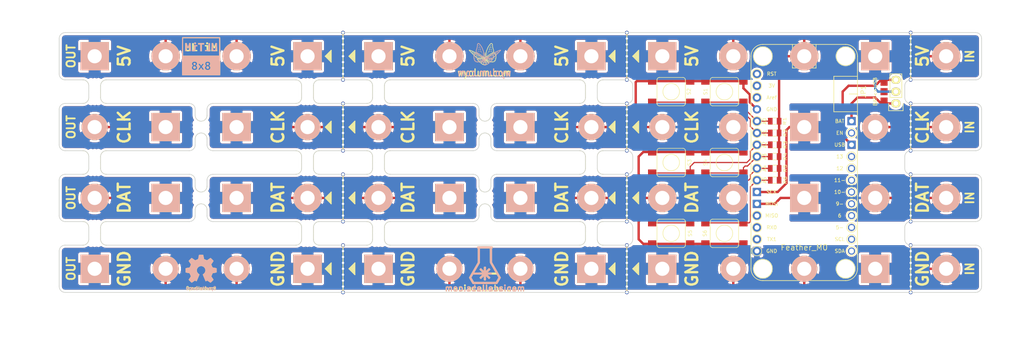
<source format=kicad_pcb>
(kicad_pcb (version 4) (host pcbnew 4.0.6-e0-6349~53~ubuntu16.04.1)
  (layers (0 F.Cu signal) (31 B.Cu signal) (34 B.Paste user) (35 F.Paste user) (36 B.SilkS user) (37 F.SilkS user) (38 B.Mask user) (39 F.Mask user) (44 Edge.Cuts user))
  (net 0 "")
  (net 1 /GND)
  (net 2 /VBAT)
  (net 3 /VUSB)
  (net 4 /CLK)
  (net 5 /DAT)
  (net 6 /5V)
  (net 7 /CLK3)
  (net 8 /CLK2)
  (net 9 /CLK1)
  (net 10 /DAT3)
  (net 11 /DAT2)
  (net 12 /DAT1)
  (net 13 /A0)
  (net 14 /A1)
  (net 15 /A2)
  (net 16 /A3)
  (net 17 /A4)
  (net 18 /A5)
  (module ultim8x8_libs:mouse-bite-2.54mm-slot (layer F.Cu) (at 119.38 60.96 90)
    (fp_text reference M13 hide)
    (fp_text value MouseBite hide)
    (pad "" np_thru_hole circle (at 0 -1.1 90) (size 0.5 0.5) (drill 0.5) (layers *.Cu *.Mask))
    (pad "" np_thru_hole circle (at 0 1.1 90) (size 0.5 0.5) (drill 0.5) (layers *.Cu *.Mask))
    (pad "" np_thru_hole circle (at 0.8 -1.1 90) (size 0.5 0.5) (drill 0.5) (layers *.Cu *.Mask))
    (pad "" np_thru_hole circle (at -0.8 -1.1 90) (size 0.5 0.5) (drill 0.5) (layers *.Cu *.Mask))
    (pad "" np_thru_hole circle (at -0.8 1.1 90) (size 0.5 0.5) (drill 0.5) (layers *.Cu *.Mask))
    (pad "" np_thru_hole circle (at 0.8 1.1 90) (size 0.5 0.5) (drill 0.5) (layers *.Cu *.Mask))
  )
  (module ultim8x8_libs:logo_MLlabs_small (layer F.Cu) (at 119.38 75.438)
    (fp_text reference L8 hide)
    (fp_text value Maniacal hide)
  )
  (module ultim8x8_libs:Screw (layer F.Cu) (at 96.52 60.96)
    (fp_text reference P31 hide)
    (fp_text value CONN_1 hide)
    (pad 1 thru_hole circle (at 0 0) (size 6.096 6.096) (drill 3.048) (layers *.Cu *.Paste *.SilkS *.Mask) (net 11 /DAT2))
  )
  (module ultim8x8_libs:logo_wyo_butterfly_small (layer B.Cu) (at 119.38 30.48 180)
    (fp_text reference L4 hide)
    (fp_text value WyoLum hide)
  )
  (module ultim8x8_libs:Screw (layer F.Cu) (at 203.2 60.96)
    (fp_text reference P38 hide)
    (fp_text value CONN_1 hide)
    (pad 1 thru_hole circle (at 0 0) (size 6.096 6.096) (drill 3.048) (layers *.Cu *.Paste *.SilkS *.Mask) (net 5 /DAT))
  )
  (module ultim8x8_libs:Screw (layer F.Cu) (at 218.44 60.96)
    (fp_text reference P39 hide)
    (fp_text value CONN_1 hide)
    (pad 1 thru_hole circle (at 0 0) (size 6.096 6.096) (drill 3.048) (layers *.Cu *.Paste *.SilkS *.Mask) (net 5 /DAT))
  )
  (module ultim8x8_libs:Screw (layer F.Cu) (at 157.48 60.96)
    (fp_text reference P35 hide)
    (fp_text value CONN_1 hide)
    (pad 1 thru_hole circle (at 0 0) (size 6.096 6.096) (drill 3.048) (layers *.Cu *.Paste *.SilkS *.Mask) (net 12 /DAT1))
  )
  (module ultim8x8_libs:Screw (layer F.Cu) (at 142.24 60.96)
    (fp_text reference P34 hide)
    (fp_text value CONN_1 hide)
    (pad 1 thru_hole circle (at 0 0) (size 6.096 6.096) (drill 3.048) (layers *.Cu *.Paste *.SilkS *.Mask) (net 12 /DAT1))
  )
  (module ultim8x8_libs:Screw (layer F.Cu) (at 81.28 60.96)
    (fp_text reference P30 hide)
    (fp_text value CONN_1 hide)
    (pad 1 thru_hole circle (at 0 0) (size 6.096 6.096) (drill 3.048) (layers *.Cu *.Paste *.SilkS *.Mask) (net 11 /DAT2))
  )
  (module ultim8x8_libs:Screw (layer F.Cu) (at 35.56 60.96)
    (fp_text reference P27 hide)
    (fp_text value CONN_1 hide)
    (pad 1 thru_hole circle (at 0 0) (size 6.096 6.096) (drill 3.048) (layers *.Cu *.Paste *.SilkS *.Mask) (net 10 /DAT3))
  )
  (module ultim8x8_libs:logo_ultim8x8_small (layer F.Cu) (at 58.42 30.48)
    (fp_text reference L11 hide)
    (fp_text value ULTiM hide)
  )
  (module ultim8x8_libs:mouse-bite-2.54mm-slot (layer F.Cu) (at 58.42 60.96 90)
    (fp_text reference M12 hide)
    (fp_text value MouseBite hide)
    (pad "" np_thru_hole circle (at 0 -1.1 90) (size 0.5 0.5) (drill 0.5) (layers *.Cu *.Mask))
    (pad "" np_thru_hole circle (at 0 1.1 90) (size 0.5 0.5) (drill 0.5) (layers *.Cu *.Mask))
    (pad "" np_thru_hole circle (at 0.8 -1.1 90) (size 0.5 0.5) (drill 0.5) (layers *.Cu *.Mask))
    (pad "" np_thru_hole circle (at -0.8 -1.1 90) (size 0.5 0.5) (drill 0.5) (layers *.Cu *.Mask))
    (pad "" np_thru_hole circle (at -0.8 1.1 90) (size 0.5 0.5) (drill 0.5) (layers *.Cu *.Mask))
    (pad "" np_thru_hole circle (at 0.8 1.1 90) (size 0.5 0.5) (drill 0.5) (layers *.Cu *.Mask))
  )
  (module ultim8x8_libs:mouse-bite-2.54mm-slot (layer F.Cu) (at 119.38 45.72 90)
    (fp_text reference M6 hide)
    (fp_text value MouseBite hide)
    (pad "" np_thru_hole circle (at 0 -1.1 90) (size 0.5 0.5) (drill 0.5) (layers *.Cu *.Mask))
    (pad "" np_thru_hole circle (at 0 1.1 90) (size 0.5 0.5) (drill 0.5) (layers *.Cu *.Mask))
    (pad "" np_thru_hole circle (at 0.8 -1.1 90) (size 0.5 0.5) (drill 0.5) (layers *.Cu *.Mask))
    (pad "" np_thru_hole circle (at -0.8 -1.1 90) (size 0.5 0.5) (drill 0.5) (layers *.Cu *.Mask))
    (pad "" np_thru_hole circle (at -0.8 1.1 90) (size 0.5 0.5) (drill 0.5) (layers *.Cu *.Mask))
    (pad "" np_thru_hole circle (at 0.8 1.1 90) (size 0.5 0.5) (drill 0.5) (layers *.Cu *.Mask))
  )
  (module ultim8x8_libs:mouse-bite-2.54mm-slot (layer F.Cu) (at 58.42 45.72 90)
    (fp_text reference M5 hide)
    (fp_text value MouseBite hide)
    (pad "" np_thru_hole circle (at 0 -1.1 90) (size 0.5 0.5) (drill 0.5) (layers *.Cu *.Mask))
    (pad "" np_thru_hole circle (at 0 1.1 90) (size 0.5 0.5) (drill 0.5) (layers *.Cu *.Mask))
    (pad "" np_thru_hole circle (at 0.8 -1.1 90) (size 0.5 0.5) (drill 0.5) (layers *.Cu *.Mask))
    (pad "" np_thru_hole circle (at -0.8 -1.1 90) (size 0.5 0.5) (drill 0.5) (layers *.Cu *.Mask))
    (pad "" np_thru_hole circle (at -0.8 1.1 90) (size 0.5 0.5) (drill 0.5) (layers *.Cu *.Mask))
    (pad "" np_thru_hole circle (at 0.8 1.1 90) (size 0.5 0.5) (drill 0.5) (layers *.Cu *.Mask))
  )
  (module ultim8x8_libs:Screw (layer F.Cu) (at 218.44 76.2)
    (fp_text reference P52 hide)
    (fp_text value CONN_1 hide)
    (pad 1 thru_hole circle (at 0 0) (size 6.096 6.096) (drill 3.048) (layers *.Cu *.Paste *.SilkS *.Mask) (net 1 /GND))
  )
  (module ultim8x8_libs:Screw (layer F.Cu) (at 50.8 30.48)
    (fp_text reference P2 hide)
    (fp_text value CONN_1 hide)
    (pad 1 thru_hole circle (at 0 0) (size 6.096 6.096) (drill 3.048) (layers *.Cu *.Paste *.SilkS *.Mask) (net 6 /5V))
  )
  (module ultim8x8_libs:Screw (layer F.Cu) (at 66.04 30.48)
    (fp_text reference P3 hide)
    (fp_text value CONN_1 hide)
    (pad 1 thru_hole circle (at 0 0) (size 6.096 6.096) (drill 3.048) (layers *.Cu *.Paste *.SilkS *.Mask) (net 6 /5V))
  )
  (module ultim8x8_libs:Screw (layer F.Cu) (at 111.76 30.48)
    (fp_text reference P6 hide)
    (fp_text value CONN_1 hide)
    (pad 1 thru_hole circle (at 0 0) (size 6.096 6.096) (drill 3.048) (layers *.Cu *.Paste *.SilkS *.Mask) (net 6 /5V))
  )
  (module ultim8x8_libs:Screw (layer F.Cu) (at 127 30.48)
    (fp_text reference P7 hide)
    (fp_text value CONN_1 hide)
    (pad 1 thru_hole circle (at 0 0) (size 6.096 6.096) (drill 3.048) (layers *.Cu *.Paste *.SilkS *.Mask) (net 6 /5V))
  )
  (module ultim8x8_libs:Screw (layer F.Cu) (at 172.72 30.48)
    (fp_text reference P10 hide)
    (fp_text value CONN_1 hide)
    (pad 1 thru_hole circle (at 0 0) (size 6.096 6.096) (drill 3.048) (layers *.Cu *.Paste *.SilkS *.Mask) (net 6 /5V))
  )
  (module ultim8x8_libs:Screw (layer F.Cu) (at 187.96 30.48)
    (fp_text reference P11 hide)
    (fp_text value CONN_1 hide)
    (pad 1 thru_hole circle (at 0 0) (size 6.096 6.096) (drill 3.048) (layers *.Cu *.Paste *.SilkS *.Mask) (net 6 /5V))
  )
  (module ultim8x8_libs:Screw (layer F.Cu) (at 218.44 30.48)
    (fp_text reference P13 hide)
    (fp_text value CONN_1 hide)
    (pad 1 thru_hole circle (at 0 0) (size 6.096 6.096) (drill 3.048) (layers *.Cu *.Paste *.SilkS *.Mask) (net 6 /5V))
  )
  (module ultim8x8_libs:Screw (layer F.Cu) (at 218.44 45.72)
    (fp_text reference P26 hide)
    (fp_text value CONN_1 hide)
    (pad 1 thru_hole circle (at 0 0) (size 6.096 6.096) (drill 3.048) (layers *.Cu *.Paste *.SilkS *.Mask) (net 4 /CLK))
  )
  (module ultim8x8_libs:OSHW_6mm (layer F.Cu) (at 58.42 76.2)
    (fp_text reference L2 hide)
    (fp_text value OSHW hide)
    (fp_text user OpenHardware (at 0 4.191) (layer F.SilkS) (effects (font (size 0.762 0.6096) (thickness 0.127))))
  )
  (module ultim8x8_libs:OSHW_6mm (layer B.Cu) (at 58.42 76.2 180)
    (fp_text reference L1 hide)
    (fp_text value OSHW hide)
    (fp_text user OpenHardware (at 0 -4.191 180) (layer B.SilkS) (effects (font (size 0.762 0.6096) (thickness 0.127)) (justify mirror)))
  )
  (module ultim8x8_libs:logo_wyo_butterfly_small (layer F.Cu) (at 119.38 30.48)
    (fp_text reference L3 hide)
    (fp_text value WyoLum hide)
  )
  (module ultim8x8_libs:logo_MLlabs_small (layer B.Cu) (at 119.38 75.438 180)
    (fp_text reference L7 hide)
    (fp_text value Maniacal hide)
  )
  (module ultim8x8_libs:logo_ultim8x8_small (layer B.Cu) (at 58.42 30.48 180)
    (fp_text reference L12 hide)
    (fp_text value ULTiM hide)
  )
  (module ultim8x8_libs:Screw_SqPad (layer F.Cu) (at 35.56 30.48)
    (fp_text reference P1 hide)
    (fp_text value CONN_1 hide)
    (pad 1 thru_hole rect (at 0 0) (size 6.096 6.096) (drill 3.048) (layers *.Cu *.Paste *.SilkS *.Mask) (net 6 /5V))
  )
  (module ultim8x8_libs:Screw_SqPad (layer F.Cu) (at 81.28 30.48)
    (fp_text reference P4 hide)
    (fp_text value CONN_1 hide)
    (pad 1 thru_hole rect (at 0 0) (size 6.096 6.096) (drill 3.048) (layers *.Cu *.Paste *.SilkS *.Mask) (net 6 /5V))
  )
  (module ultim8x8_libs:Screw_SqPad (layer F.Cu) (at 96.52 30.48)
    (fp_text reference P5 hide)
    (fp_text value CONN_1 hide)
    (pad 1 thru_hole rect (at 0 0) (size 6.096 6.096) (drill 3.048) (layers *.Cu *.Paste *.SilkS *.Mask) (net 6 /5V))
  )
  (module ultim8x8_libs:Screw_SqPad (layer F.Cu) (at 142.24 30.48)
    (fp_text reference P8 hide)
    (fp_text value CONN_1 hide)
    (pad 1 thru_hole rect (at 0 0) (size 6.096 6.096) (drill 3.048) (layers *.Cu *.Paste *.SilkS *.Mask) (net 6 /5V))
  )
  (module ultim8x8_libs:Screw_SqPad (layer F.Cu) (at 157.48 30.48)
    (fp_text reference P9 hide)
    (fp_text value CONN_1 hide)
    (pad 1 thru_hole rect (at 0 0) (size 6.096 6.096) (drill 3.048) (layers *.Cu *.Paste *.SilkS *.Mask) (net 6 /5V))
  )
  (module ultim8x8_libs:Screw_SqPad (layer F.Cu) (at 203.2 30.48)
    (fp_text reference P12 hide)
    (fp_text value CONN_1 hide)
    (pad 1 thru_hole rect (at 0 0) (size 6.096 6.096) (drill 3.048) (layers *.Cu *.Paste *.SilkS *.Mask) (net 6 /5V))
  )
  (module ultim8x8_libs:Screw_SqPad (layer F.Cu) (at 50.8 60.96)
    (fp_text reference P28 hide)
    (fp_text value CONN_1 hide)
    (pad 1 thru_hole rect (at 0 0) (size 6.096 6.096) (drill 3.048) (layers *.Cu *.Paste *.SilkS *.Mask) (net 10 /DAT3))
  )
  (module ultim8x8_libs:Screw_SqPad (layer F.Cu) (at 66.04 60.96)
    (fp_text reference P29 hide)
    (fp_text value CONN_1 hide)
    (pad 1 thru_hole rect (at 0 0) (size 6.096 6.096) (drill 3.048) (layers *.Cu *.Paste *.SilkS *.Mask) (net 11 /DAT2))
  )
  (module ultim8x8_libs:Screw_SqPad (layer F.Cu) (at 111.76 60.96)
    (fp_text reference P32 hide)
    (fp_text value CONN_1 hide)
    (pad 1 thru_hole rect (at 0 0) (size 6.096 6.096) (drill 3.048) (layers *.Cu *.Paste *.SilkS *.Mask) (net 11 /DAT2))
  )
  (module ultim8x8_libs:Screw_SqPad (layer F.Cu) (at 127 60.96)
    (fp_text reference P33 hide)
    (fp_text value CONN_1 hide)
    (pad 1 thru_hole rect (at 0 0) (size 6.096 6.096) (drill 3.048) (layers *.Cu *.Paste *.SilkS *.Mask) (net 12 /DAT1))
  )
  (module ultim8x8_libs:Screw_SqPad (layer F.Cu) (at 172.72 60.96)
    (fp_text reference P36 hide)
    (fp_text value CONN_1 hide)
    (pad 1 thru_hole circle (at 0 0) (size 6.096 6.096) (drill 3.048) (layers *.Cu *.Paste *.SilkS *.Mask) (net 12 /DAT1))
  )
  (module ultim8x8_libs:Screw_SqPad (layer F.Cu) (at 187.96 60.96)
    (fp_text reference P37 hide)
    (fp_text value CONN_1 hide)
    (pad 1 thru_hole rect (at 0 0) (size 6.096 6.096) (drill 3.048) (layers *.Cu *.Paste *.SilkS *.Mask) (net 5 /DAT))
  )
  (module ultim8x8_libs:Screw (layer F.Cu) (at 35.56 45.72)
    (fp_text reference P14 hide)
    (fp_text value CONN_1 hide)
    (pad 1 thru_hole circle (at 0 0) (size 5.6 5.6) (drill 3.048) (layers *.Cu *.SilkS *.Mask) (net 7 /CLK3))
  )
  (module ultim8x8_libs:Screw_SqPad (layer F.Cu) (at 50.8 45.72)
    (fp_text reference P15 hide)
    (fp_text value CONN_1 hide)
    (pad 1 thru_hole rect (at 0 0) (size 6.096 6.096) (drill 3.048) (layers *.Cu *.Paste *.SilkS *.Mask) (net 7 /CLK3))
  )
  (module ultim8x8_libs:Screw_SqPad (layer F.Cu) (at 66.04 45.72)
    (fp_text reference P16 hide)
    (fp_text value CONN_1 hide)
    (pad 1 thru_hole rect (at 0 0) (size 6.096 6.096) (drill 3.048) (layers *.Cu *.Paste *.SilkS *.Mask) (net 8 /CLK2))
  )
  (module ultim8x8_libs:Screw (layer F.Cu) (at 81.28 45.72)
    (fp_text reference P17 hide)
    (fp_text value CONN_1 hide)
    (pad 1 thru_hole circle (at 0 0) (size 5.6 5.6) (drill 3.048) (layers *.Cu *.SilkS *.Mask) (net 8 /CLK2))
  )
  (module ultim8x8_libs:Screw (layer F.Cu) (at 96.52 45.72)
    (fp_text reference P18 hide)
    (fp_text value CONN_1 hide)
    (pad 1 thru_hole circle (at 0 0) (size 5.6 5.6) (drill 3.048) (layers *.Cu *.SilkS *.Mask) (net 8 /CLK2))
  )
  (module ultim8x8_libs:Screw_SqPad (layer F.Cu) (at 111.76 45.72)
    (fp_text reference P19 hide)
    (fp_text value CONN_1 hide)
    (pad 1 thru_hole rect (at 0 0) (size 6.096 6.096) (drill 3.048) (layers *.Cu *.Paste *.SilkS *.Mask) (net 8 /CLK2))
  )
  (module ultim8x8_libs:Screw_SqPad (layer F.Cu) (at 127 45.72)
    (fp_text reference P20 hide)
    (fp_text value CONN_1 hide)
    (pad 1 thru_hole rect (at 0 0) (size 6.096 6.096) (drill 3.048) (layers *.Cu *.Paste *.SilkS *.Mask) (net 9 /CLK1))
  )
  (module ultim8x8_libs:Screw (layer F.Cu) (at 142.24 45.72)
    (fp_text reference P21 hide)
    (fp_text value CONN_1 hide)
    (pad 1 thru_hole circle (at 0 0) (size 5.6 5.6) (drill 3.048) (layers *.Cu *.SilkS *.Mask) (net 9 /CLK1))
  )
  (module ultim8x8_libs:Screw (layer F.Cu) (at 157.48 45.72)
    (fp_text reference P22 hide)
    (fp_text value CONN_1 hide)
    (pad 1 thru_hole circle (at 0 0) (size 5.6 5.6) (drill 3.048) (layers *.Cu *.SilkS *.Mask) (net 9 /CLK1))
  )
  (module ultim8x8_libs:Screw_SqPad (layer F.Cu) (at 172.72 45.72)
    (fp_text reference P23 hide)
    (fp_text value CONN_1 hide)
    (pad 1 thru_hole circle (at 0 0) (size 6.096 6.096) (drill 3.048) (layers *.Cu *.Paste *.SilkS *.Mask) (net 9 /CLK1))
  )
  (module ultim8x8_libs:Screw_SqPad (layer F.Cu) (at 187.96 45.72)
    (fp_text reference P24 hide)
    (fp_text value CONN_1 hide)
    (pad 1 thru_hole rect (at 0 0) (size 6.096 6.096) (drill 3.048) (layers *.Cu *.Paste *.SilkS *.Mask) (net 4 /CLK))
  )
  (module ultim8x8_libs:Screw (layer F.Cu) (at 203.2 45.72)
    (fp_text reference P25 hide)
    (fp_text value CONN_1 hide)
    (pad 1 thru_hole circle (at 0 0) (size 5.6 5.6) (drill 3.048) (layers *.Cu *.SilkS *.Mask) (net 4 /CLK))
  )
  (module ultim8x8_libs:Screw_SqPad (layer F.Cu) (at 35.56 76.2)
    (fp_text reference P40 hide)
    (fp_text value CONN_1 hide)
    (pad 1 thru_hole rect (at 0 0) (size 6.096 6.096) (drill 3.048) (layers *.Cu *.Paste *.SilkS *.Mask) (net 1 /GND))
  )
  (module ultim8x8_libs:Screw (layer F.Cu) (at 50.8 76.2)
    (fp_text reference P41 hide)
    (fp_text value CONN_1 hide)
    (pad 1 thru_hole circle (at 0 0) (size 5.6 5.6) (drill 3.048) (layers *.Cu *.SilkS *.Mask) (net 1 /GND))
  )
  (module ultim8x8_libs:Screw (layer F.Cu) (at 66.04 76.2)
    (fp_text reference P42 hide)
    (fp_text value CONN_1 hide)
    (pad 1 thru_hole circle (at 0 0) (size 5.6 5.6) (drill 3.048) (layers *.Cu *.SilkS *.Mask) (net 1 /GND))
  )
  (module ultim8x8_libs:Screw_SqPad (layer F.Cu) (at 81.28 76.2)
    (fp_text reference P43 hide)
    (fp_text value CONN_1 hide)
    (pad 1 thru_hole rect (at 0 0) (size 6.096 6.096) (drill 3.048) (layers *.Cu *.Paste *.SilkS *.Mask) (net 1 /GND))
  )
  (module ultim8x8_libs:Screw_SqPad (layer F.Cu) (at 96.52 76.2)
    (fp_text reference P44 hide)
    (fp_text value CONN_1 hide)
    (pad 1 thru_hole rect (at 0 0) (size 6.096 6.096) (drill 3.048) (layers *.Cu *.Paste *.SilkS *.Mask) (net 1 /GND))
  )
  (module ultim8x8_libs:Screw (layer F.Cu) (at 111.76 76.2)
    (fp_text reference P45 hide)
    (fp_text value CONN_1 hide)
    (pad 1 thru_hole circle (at 0 0) (size 5.6 5.6) (drill 3.048) (layers *.Cu *.SilkS *.Mask) (net 1 /GND))
  )
  (module ultim8x8_libs:Screw (layer F.Cu) (at 127 76.2)
    (fp_text reference P46 hide)
    (fp_text value CONN_1 hide)
    (pad 1 thru_hole circle (at 0 0) (size 5.6 5.6) (drill 3.048) (layers *.Cu *.SilkS *.Mask) (net 1 /GND))
  )
  (module ultim8x8_libs:Screw_SqPad (layer F.Cu) (at 142.24 76.2)
    (fp_text reference P47 hide)
    (fp_text value CONN_1 hide)
    (pad 1 thru_hole rect (at 0 0) (size 6.096 6.096) (drill 3.048) (layers *.Cu *.Paste *.SilkS *.Mask) (net 1 /GND))
  )
  (module ultim8x8_libs:Screw_SqPad (layer F.Cu) (at 157.48 76.2)
    (fp_text reference P48 hide)
    (fp_text value CONN_1 hide)
    (pad 1 thru_hole rect (at 0 0) (size 6.096 6.096) (drill 3.048) (layers *.Cu *.Paste *.SilkS *.Mask) (net 1 /GND))
  )
  (module ultim8x8_libs:Screw (layer F.Cu) (at 172.72 76.2)
    (fp_text reference P49 hide)
    (fp_text value CONN_1 hide)
    (pad 1 thru_hole circle (at 0 0) (size 5.6 5.6) (drill 3.048) (layers *.Cu *.SilkS *.Mask) (net 1 /GND))
  )
  (module ultim8x8_libs:Screw (layer F.Cu) (at 187.96 76.2)
    (fp_text reference P50 hide)
    (fp_text value CONN_1 hide)
    (pad 1 thru_hole circle (at 0 0) (size 5.6 5.6) (drill 3.048) (layers *.Cu *.SilkS *.Mask) (net 1 /GND))
  )
  (module ultim8x8_libs:Screw_SqPad (layer F.Cu) (at 203.2 76.2)
    (fp_text reference P51 hide)
    (fp_text value CONN_1 hide)
    (pad 1 thru_hole rect (at 0 0) (size 6.096 6.096) (drill 3.048) (layers *.Cu *.Paste *.SilkS *.Mask) (net 1 /GND))
  )
  (module ultim8x8_libs:mouse-bite-5.08mm-slot (layer F.Cu) (at 35.56 38.1)
    (fp_text reference M1 hide)
    (fp_text value MouseBite hide)
    (pad "" np_thru_hole circle (at 0 -2.2) (size 0.5 0.5) (drill 0.5) (layers *.Cu *.Mask))
    (pad "" np_thru_hole circle (at 0 2.2) (size 0.5 0.5) (drill 0.5) (layers *.Cu *.Mask))
    (pad "" np_thru_hole circle (at 0.8 -2.2) (size 0.5 0.5) (drill 0.5) (layers *.Cu *.Mask))
    (pad "" np_thru_hole circle (at -0.8 -2.2) (size 0.5 0.5) (drill 0.5) (layers *.Cu *.Mask))
    (pad "" np_thru_hole circle (at -0.8 2.2) (size 0.5 0.5) (drill 0.5) (layers *.Cu *.Mask))
    (pad "" np_thru_hole circle (at 0.8 2.2) (size 0.5 0.5) (drill 0.5) (layers *.Cu *.Mask))
    (pad "" np_thru_hole circle (at 0 0) (size 0.5 0.5) (drill 0.5) (layers *.Cu *.Mask))
    (pad "" np_thru_hole circle (at 0.8 0) (size 0.5 0.5) (drill 0.5) (layers *.Cu *.Mask))
    (pad "" np_thru_hole circle (at -0.8 0) (size 0.5 0.5) (drill 0.5) (layers *.Cu *.Mask))
  )
  (module ultim8x8_libs:mouse-bite-5.08mm-slot (layer F.Cu) (at 81.28 38.1)
    (fp_text reference M2 hide)
    (fp_text value MouseBite hide)
    (pad "" np_thru_hole circle (at 0 -2.2) (size 0.5 0.5) (drill 0.5) (layers *.Cu *.Mask))
    (pad "" np_thru_hole circle (at 0 2.2) (size 0.5 0.5) (drill 0.5) (layers *.Cu *.Mask))
    (pad "" np_thru_hole circle (at 0.8 -2.2) (size 0.5 0.5) (drill 0.5) (layers *.Cu *.Mask))
    (pad "" np_thru_hole circle (at -0.8 -2.2) (size 0.5 0.5) (drill 0.5) (layers *.Cu *.Mask))
    (pad "" np_thru_hole circle (at -0.8 2.2) (size 0.5 0.5) (drill 0.5) (layers *.Cu *.Mask))
    (pad "" np_thru_hole circle (at 0.8 2.2) (size 0.5 0.5) (drill 0.5) (layers *.Cu *.Mask))
    (pad "" np_thru_hole circle (at 0 0) (size 0.5 0.5) (drill 0.5) (layers *.Cu *.Mask))
    (pad "" np_thru_hole circle (at 0.8 0) (size 0.5 0.5) (drill 0.5) (layers *.Cu *.Mask))
    (pad "" np_thru_hole circle (at -0.8 0) (size 0.5 0.5) (drill 0.5) (layers *.Cu *.Mask))
  )
  (module ultim8x8_libs:mouse-bite-5.08mm-slot (layer F.Cu) (at 35.56 53.34)
    (fp_text reference M8 hide)
    (fp_text value MouseBite hide)
    (pad "" np_thru_hole circle (at 0 -2.2) (size 0.5 0.5) (drill 0.5) (layers *.Cu *.Mask))
    (pad "" np_thru_hole circle (at 0 2.2) (size 0.5 0.5) (drill 0.5) (layers *.Cu *.Mask))
    (pad "" np_thru_hole circle (at 0.8 -2.2) (size 0.5 0.5) (drill 0.5) (layers *.Cu *.Mask))
    (pad "" np_thru_hole circle (at -0.8 -2.2) (size 0.5 0.5) (drill 0.5) (layers *.Cu *.Mask))
    (pad "" np_thru_hole circle (at -0.8 2.2) (size 0.5 0.5) (drill 0.5) (layers *.Cu *.Mask))
    (pad "" np_thru_hole circle (at 0.8 2.2) (size 0.5 0.5) (drill 0.5) (layers *.Cu *.Mask))
    (pad "" np_thru_hole circle (at 0 0) (size 0.5 0.5) (drill 0.5) (layers *.Cu *.Mask))
    (pad "" np_thru_hole circle (at 0.8 0) (size 0.5 0.5) (drill 0.5) (layers *.Cu *.Mask))
    (pad "" np_thru_hole circle (at -0.8 0) (size 0.5 0.5) (drill 0.5) (layers *.Cu *.Mask))
  )
  (module ultim8x8_libs:mouse-bite-5.08mm-slot (layer F.Cu) (at 81.28 53.34)
    (fp_text reference M9 hide)
    (fp_text value MouseBite hide)
    (pad "" np_thru_hole circle (at 0 -2.2) (size 0.5 0.5) (drill 0.5) (layers *.Cu *.Mask))
    (pad "" np_thru_hole circle (at 0 2.2) (size 0.5 0.5) (drill 0.5) (layers *.Cu *.Mask))
    (pad "" np_thru_hole circle (at 0.8 -2.2) (size 0.5 0.5) (drill 0.5) (layers *.Cu *.Mask))
    (pad "" np_thru_hole circle (at -0.8 -2.2) (size 0.5 0.5) (drill 0.5) (layers *.Cu *.Mask))
    (pad "" np_thru_hole circle (at -0.8 2.2) (size 0.5 0.5) (drill 0.5) (layers *.Cu *.Mask))
    (pad "" np_thru_hole circle (at 0.8 2.2) (size 0.5 0.5) (drill 0.5) (layers *.Cu *.Mask))
    (pad "" np_thru_hole circle (at 0 0) (size 0.5 0.5) (drill 0.5) (layers *.Cu *.Mask))
    (pad "" np_thru_hole circle (at 0.8 0) (size 0.5 0.5) (drill 0.5) (layers *.Cu *.Mask))
    (pad "" np_thru_hole circle (at -0.8 0) (size 0.5 0.5) (drill 0.5) (layers *.Cu *.Mask))
  )
  (module ultim8x8_libs:mouse-bite-5.08mm-slot (layer F.Cu) (at 35.56 68.58)
    (fp_text reference M15 hide)
    (fp_text value MouseBite hide)
    (pad "" np_thru_hole circle (at 0 -2.2) (size 0.5 0.5) (drill 0.5) (layers *.Cu *.Mask))
    (pad "" np_thru_hole circle (at 0 2.2) (size 0.5 0.5) (drill 0.5) (layers *.Cu *.Mask))
    (pad "" np_thru_hole circle (at 0.8 -2.2) (size 0.5 0.5) (drill 0.5) (layers *.Cu *.Mask))
    (pad "" np_thru_hole circle (at -0.8 -2.2) (size 0.5 0.5) (drill 0.5) (layers *.Cu *.Mask))
    (pad "" np_thru_hole circle (at -0.8 2.2) (size 0.5 0.5) (drill 0.5) (layers *.Cu *.Mask))
    (pad "" np_thru_hole circle (at 0.8 2.2) (size 0.5 0.5) (drill 0.5) (layers *.Cu *.Mask))
    (pad "" np_thru_hole circle (at 0 0) (size 0.5 0.5) (drill 0.5) (layers *.Cu *.Mask))
    (pad "" np_thru_hole circle (at 0.8 0) (size 0.5 0.5) (drill 0.5) (layers *.Cu *.Mask))
    (pad "" np_thru_hole circle (at -0.8 0) (size 0.5 0.5) (drill 0.5) (layers *.Cu *.Mask))
  )
  (module ultim8x8_libs:mouse-bite-5.08mm-slot (layer F.Cu) (at 81.28 68.58)
    (fp_text reference M16 hide)
    (fp_text value MouseBite hide)
    (pad "" np_thru_hole circle (at 0 -2.2) (size 0.5 0.5) (drill 0.5) (layers *.Cu *.Mask))
    (pad "" np_thru_hole circle (at 0 2.2) (size 0.5 0.5) (drill 0.5) (layers *.Cu *.Mask))
    (pad "" np_thru_hole circle (at 0.8 -2.2) (size 0.5 0.5) (drill 0.5) (layers *.Cu *.Mask))
    (pad "" np_thru_hole circle (at -0.8 -2.2) (size 0.5 0.5) (drill 0.5) (layers *.Cu *.Mask))
    (pad "" np_thru_hole circle (at -0.8 2.2) (size 0.5 0.5) (drill 0.5) (layers *.Cu *.Mask))
    (pad "" np_thru_hole circle (at 0.8 2.2) (size 0.5 0.5) (drill 0.5) (layers *.Cu *.Mask))
    (pad "" np_thru_hole circle (at 0 0) (size 0.5 0.5) (drill 0.5) (layers *.Cu *.Mask))
    (pad "" np_thru_hole circle (at 0.8 0) (size 0.5 0.5) (drill 0.5) (layers *.Cu *.Mask))
    (pad "" np_thru_hole circle (at -0.8 0) (size 0.5 0.5) (drill 0.5) (layers *.Cu *.Mask))
  )
  (module ultim_bus:switch_spdt (layer F.Cu) (at 207.645 38.1 180)
    (fp_text reference JP1 (at 6.985 0 270) (layer F.SilkS))
    (fp_text value PWR_SEL hide)
    (pad 1 thru_hole oval (at 0 -2.54 180) (size 2.032 1.7272) (drill 1.016) (layers *.Cu *.Mask F.SilkS) (net 2 /VBAT))
    (pad 2 thru_hole oval (at 0 0 180) (size 2.032 1.7272) (drill 1.016) (layers *.Cu *.Mask F.SilkS) (net 6 /5V))
    (pad 3 thru_hole oval (at 0 2.54 180) (size 2.032 1.7272) (drill 1.016) (layers *.Cu *.Mask F.SilkS) (net 3 /VUSB))
    (pad 2 smd rect (at 2.54 0 180) (size 1.524 1.524) (layers F.Cu F.Paste F.Mask) (net 6 /5V))
    (pad 3 smd rect (at 2.54 2.54 180) (size 1.524 2.032) (drill (offset 0 -0.254)) (layers F.Cu F.Paste F.Mask) (net 3 /VUSB))
    (pad 1 smd rect (at 2.54 -2.54 180) (size 1.524 2.032) (drill (offset 0 0.254)) (layers F.Cu F.Paste F.Mask) (net 2 /VBAT))
  )
  (module ultim_bus:via_0.8x9 (layer F.Cu) (at 210.82 30.48)
    (fp_text reference v1 hide)
    (fp_text value via_0.8x9 hide)
    (pad 1 thru_hole circle (at 0 -5.08) (size 0.8 0.8) (drill 0.5) (layers *.Cu) (net 6 /5V))
    (pad 2 thru_hole circle (at 0 -3.81) (size 0.8 0.8) (drill 0.5) (layers *.Cu) (net 6 /5V))
    (pad 3 thru_hole circle (at 0 -2.54) (size 0.8 0.8) (drill 0.5) (layers *.Cu) (net 6 /5V))
    (pad 4 thru_hole circle (at 0 -1.27) (size 0.8 0.8) (drill 0.5) (layers *.Cu) (net 6 /5V))
    (pad 5 thru_hole circle (at 0 0) (size 0.8 0.8) (drill 0.5) (layers *.Cu) (net 6 /5V))
    (pad 6 thru_hole circle (at 0 1.27) (size 0.8 0.8) (drill 0.5) (layers *.Cu) (net 6 /5V))
    (pad 7 thru_hole circle (at 0 2.54) (size 0.8 0.8) (drill 0.5) (layers *.Cu) (net 6 /5V))
    (pad 8 thru_hole circle (at 0 3.81) (size 0.8 0.8) (drill 0.5) (layers *.Cu) (net 6 /5V))
    (pad 9 thru_hole circle (at 0 5.08) (size 0.8 0.8) (drill 0.5) (layers *.Cu) (net 6 /5V))
  )
  (module ultim_bus:via_0.8x9 (layer F.Cu) (at 149.86 30.48)
    (fp_text reference v2 hide)
    (fp_text value via_0.8x9 hide)
    (pad 1 thru_hole circle (at 0 -5.08) (size 0.8 0.8) (drill 0.5) (layers *.Cu) (net 6 /5V))
    (pad 2 thru_hole circle (at 0 -3.81) (size 0.8 0.8) (drill 0.5) (layers *.Cu) (net 6 /5V))
    (pad 3 thru_hole circle (at 0 -2.54) (size 0.8 0.8) (drill 0.5) (layers *.Cu) (net 6 /5V))
    (pad 4 thru_hole circle (at 0 -1.27) (size 0.8 0.8) (drill 0.5) (layers *.Cu) (net 6 /5V))
    (pad 5 thru_hole circle (at 0 0) (size 0.8 0.8) (drill 0.5) (layers *.Cu) (net 6 /5V))
    (pad 6 thru_hole circle (at 0 1.27) (size 0.8 0.8) (drill 0.5) (layers *.Cu) (net 6 /5V))
    (pad 7 thru_hole circle (at 0 2.54) (size 0.8 0.8) (drill 0.5) (layers *.Cu) (net 6 /5V))
    (pad 8 thru_hole circle (at 0 3.81) (size 0.8 0.8) (drill 0.5) (layers *.Cu) (net 6 /5V))
    (pad 9 thru_hole circle (at 0 5.08) (size 0.8 0.8) (drill 0.5) (layers *.Cu) (net 6 /5V))
  )
  (module ultim_bus:via_0.8x9 (layer F.Cu) (at 88.9 30.48)
    (fp_text reference v3 hide)
    (fp_text value via_0.8x9 hide)
    (pad 1 thru_hole circle (at 0 -5.08) (size 0.8 0.8) (drill 0.5) (layers *.Cu) (net 6 /5V))
    (pad 2 thru_hole circle (at 0 -3.81) (size 0.8 0.8) (drill 0.5) (layers *.Cu) (net 6 /5V))
    (pad 3 thru_hole circle (at 0 -2.54) (size 0.8 0.8) (drill 0.5) (layers *.Cu) (net 6 /5V))
    (pad 4 thru_hole circle (at 0 -1.27) (size 0.8 0.8) (drill 0.5) (layers *.Cu) (net 6 /5V))
    (pad 5 thru_hole circle (at 0 0) (size 0.8 0.8) (drill 0.5) (layers *.Cu) (net 6 /5V))
    (pad 6 thru_hole circle (at 0 1.27) (size 0.8 0.8) (drill 0.5) (layers *.Cu) (net 6 /5V))
    (pad 7 thru_hole circle (at 0 2.54) (size 0.8 0.8) (drill 0.5) (layers *.Cu) (net 6 /5V))
    (pad 8 thru_hole circle (at 0 3.81) (size 0.8 0.8) (drill 0.5) (layers *.Cu) (net 6 /5V))
    (pad 9 thru_hole circle (at 0 5.08) (size 0.8 0.8) (drill 0.5) (layers *.Cu) (net 6 /5V))
  )
  (module ultim_bus:via_0.8x9 (layer F.Cu) (at 210.82 76.2)
    (fp_text reference v4 hide)
    (fp_text value via_0.8x9 hide)
    (pad 1 thru_hole circle (at 0 -5.08) (size 0.8 0.8) (drill 0.5) (layers *.Cu) (net 1 /GND))
    (pad 2 thru_hole circle (at 0 -3.81) (size 0.8 0.8) (drill 0.5) (layers *.Cu) (net 1 /GND))
    (pad 3 thru_hole circle (at 0 -2.54) (size 0.8 0.8) (drill 0.5) (layers *.Cu) (net 1 /GND))
    (pad 4 thru_hole circle (at 0 -1.27) (size 0.8 0.8) (drill 0.5) (layers *.Cu) (net 1 /GND))
    (pad 5 thru_hole circle (at 0 0) (size 0.8 0.8) (drill 0.5) (layers *.Cu) (net 1 /GND))
    (pad 6 thru_hole circle (at 0 1.27) (size 0.8 0.8) (drill 0.5) (layers *.Cu) (net 1 /GND))
    (pad 7 thru_hole circle (at 0 2.54) (size 0.8 0.8) (drill 0.5) (layers *.Cu) (net 1 /GND))
    (pad 8 thru_hole circle (at 0 3.81) (size 0.8 0.8) (drill 0.5) (layers *.Cu) (net 1 /GND))
    (pad 9 thru_hole circle (at 0 5.08) (size 0.8 0.8) (drill 0.5) (layers *.Cu) (net 1 /GND))
  )
  (module ultim_bus:via_0.8x9 (layer F.Cu) (at 149.86 76.2)
    (fp_text reference v5 hide)
    (fp_text value via_0.8x9 hide)
    (pad 1 thru_hole circle (at 0 -5.08) (size 0.8 0.8) (drill 0.5) (layers *.Cu) (net 1 /GND))
    (pad 2 thru_hole circle (at 0 -3.81) (size 0.8 0.8) (drill 0.5) (layers *.Cu) (net 1 /GND))
    (pad 3 thru_hole circle (at 0 -2.54) (size 0.8 0.8) (drill 0.5) (layers *.Cu) (net 1 /GND))
    (pad 4 thru_hole circle (at 0 -1.27) (size 0.8 0.8) (drill 0.5) (layers *.Cu) (net 1 /GND))
    (pad 5 thru_hole circle (at 0 0) (size 0.8 0.8) (drill 0.5) (layers *.Cu) (net 1 /GND))
    (pad 6 thru_hole circle (at 0 1.27) (size 0.8 0.8) (drill 0.5) (layers *.Cu) (net 1 /GND))
    (pad 7 thru_hole circle (at 0 2.54) (size 0.8 0.8) (drill 0.5) (layers *.Cu) (net 1 /GND))
    (pad 8 thru_hole circle (at 0 3.81) (size 0.8 0.8) (drill 0.5) (layers *.Cu) (net 1 /GND))
    (pad 9 thru_hole circle (at 0 5.08) (size 0.8 0.8) (drill 0.5) (layers *.Cu) (net 1 /GND))
  )
  (module ultim_bus:via_0.8x9 (layer F.Cu) (at 88.9 76.2)
    (fp_text reference v6 hide)
    (fp_text value via_0.8x9 hide)
    (pad 1 thru_hole circle (at 0 -5.08) (size 0.8 0.8) (drill 0.5) (layers *.Cu) (net 1 /GND))
    (pad 2 thru_hole circle (at 0 -3.81) (size 0.8 0.8) (drill 0.5) (layers *.Cu) (net 1 /GND))
    (pad 3 thru_hole circle (at 0 -2.54) (size 0.8 0.8) (drill 0.5) (layers *.Cu) (net 1 /GND))
    (pad 4 thru_hole circle (at 0 -1.27) (size 0.8 0.8) (drill 0.5) (layers *.Cu) (net 1 /GND))
    (pad 5 thru_hole circle (at 0 0) (size 0.8 0.8) (drill 0.5) (layers *.Cu) (net 1 /GND))
    (pad 6 thru_hole circle (at 0 1.27) (size 0.8 0.8) (drill 0.5) (layers *.Cu) (net 1 /GND))
    (pad 7 thru_hole circle (at 0 2.54) (size 0.8 0.8) (drill 0.5) (layers *.Cu) (net 1 /GND))
    (pad 8 thru_hole circle (at 0 3.81) (size 0.8 0.8) (drill 0.5) (layers *.Cu) (net 1 /GND))
    (pad 9 thru_hole circle (at 0 5.08) (size 0.8 0.8) (drill 0.5) (layers *.Cu) (net 1 /GND))
  )
  (module ultim_bus:via_0.8x9 (layer F.Cu) (at 210.82 45.72)
    (fp_text reference v7 hide)
    (fp_text value via_0.8x9 hide)
    (pad 1 thru_hole circle (at 0 -5.08) (size 0.8 0.8) (drill 0.5) (layers *.Cu) (net 4 /CLK))
    (pad 2 thru_hole circle (at 0 -3.81) (size 0.8 0.8) (drill 0.5) (layers *.Cu) (net 4 /CLK))
    (pad 3 thru_hole circle (at 0 -2.54) (size 0.8 0.8) (drill 0.5) (layers *.Cu) (net 4 /CLK))
    (pad 4 thru_hole circle (at 0 -1.27) (size 0.8 0.8) (drill 0.5) (layers *.Cu) (net 4 /CLK))
    (pad 5 thru_hole circle (at 0 0) (size 0.8 0.8) (drill 0.5) (layers *.Cu) (net 4 /CLK))
    (pad 6 thru_hole circle (at 0 1.27) (size 0.8 0.8) (drill 0.5) (layers *.Cu) (net 4 /CLK))
    (pad 7 thru_hole circle (at 0 2.54) (size 0.8 0.8) (drill 0.5) (layers *.Cu) (net 4 /CLK))
    (pad 8 thru_hole circle (at 0 3.81) (size 0.8 0.8) (drill 0.5) (layers *.Cu) (net 4 /CLK))
    (pad 9 thru_hole circle (at 0 5.08) (size 0.8 0.8) (drill 0.5) (layers *.Cu) (net 4 /CLK))
  )
  (module ultim_bus:via_0.8x9 (layer F.Cu) (at 149.86 45.72)
    (fp_text reference v8 hide)
    (fp_text value via_0.8x9 hide)
    (pad 1 thru_hole circle (at 0 -5.08) (size 0.8 0.8) (drill 0.5) (layers *.Cu) (net 9 /CLK1))
    (pad 2 thru_hole circle (at 0 -3.81) (size 0.8 0.8) (drill 0.5) (layers *.Cu) (net 9 /CLK1))
    (pad 3 thru_hole circle (at 0 -2.54) (size 0.8 0.8) (drill 0.5) (layers *.Cu) (net 9 /CLK1))
    (pad 4 thru_hole circle (at 0 -1.27) (size 0.8 0.8) (drill 0.5) (layers *.Cu) (net 9 /CLK1))
    (pad 5 thru_hole circle (at 0 0) (size 0.8 0.8) (drill 0.5) (layers *.Cu) (net 9 /CLK1))
    (pad 6 thru_hole circle (at 0 1.27) (size 0.8 0.8) (drill 0.5) (layers *.Cu) (net 9 /CLK1))
    (pad 7 thru_hole circle (at 0 2.54) (size 0.8 0.8) (drill 0.5) (layers *.Cu) (net 9 /CLK1))
    (pad 8 thru_hole circle (at 0 3.81) (size 0.8 0.8) (drill 0.5) (layers *.Cu) (net 9 /CLK1))
    (pad 9 thru_hole circle (at 0 5.08) (size 0.8 0.8) (drill 0.5) (layers *.Cu) (net 9 /CLK1))
  )
  (module ultim_bus:via_0.8x9 (layer F.Cu) (at 88.9 45.72)
    (fp_text reference v9 hide)
    (fp_text value via_0.8x9 hide)
    (pad 1 thru_hole circle (at 0 -5.08) (size 0.8 0.8) (drill 0.5) (layers *.Cu) (net 8 /CLK2))
    (pad 2 thru_hole circle (at 0 -3.81) (size 0.8 0.8) (drill 0.5) (layers *.Cu) (net 8 /CLK2))
    (pad 3 thru_hole circle (at 0 -2.54) (size 0.8 0.8) (drill 0.5) (layers *.Cu) (net 8 /CLK2))
    (pad 4 thru_hole circle (at 0 -1.27) (size 0.8 0.8) (drill 0.5) (layers *.Cu) (net 8 /CLK2))
    (pad 5 thru_hole circle (at 0 0) (size 0.8 0.8) (drill 0.5) (layers *.Cu) (net 8 /CLK2))
    (pad 6 thru_hole circle (at 0 1.27) (size 0.8 0.8) (drill 0.5) (layers *.Cu) (net 8 /CLK2))
    (pad 7 thru_hole circle (at 0 2.54) (size 0.8 0.8) (drill 0.5) (layers *.Cu) (net 8 /CLK2))
    (pad 8 thru_hole circle (at 0 3.81) (size 0.8 0.8) (drill 0.5) (layers *.Cu) (net 8 /CLK2))
    (pad 9 thru_hole circle (at 0 5.08) (size 0.8 0.8) (drill 0.5) (layers *.Cu) (net 8 /CLK2))
  )
  (module ultim_bus:via_0.8x9 (layer F.Cu) (at 210.82 60.96)
    (fp_text reference v10 hide)
    (fp_text value via_0.8x9 hide)
    (pad 1 thru_hole circle (at 0 -5.08) (size 0.8 0.8) (drill 0.5) (layers *.Cu) (net 5 /DAT))
    (pad 2 thru_hole circle (at 0 -3.81) (size 0.8 0.8) (drill 0.5) (layers *.Cu) (net 5 /DAT))
    (pad 3 thru_hole circle (at 0 -2.54) (size 0.8 0.8) (drill 0.5) (layers *.Cu) (net 5 /DAT))
    (pad 4 thru_hole circle (at 0 -1.27) (size 0.8 0.8) (drill 0.5) (layers *.Cu) (net 5 /DAT))
    (pad 5 thru_hole circle (at 0 0) (size 0.8 0.8) (drill 0.5) (layers *.Cu) (net 5 /DAT))
    (pad 6 thru_hole circle (at 0 1.27) (size 0.8 0.8) (drill 0.5) (layers *.Cu) (net 5 /DAT))
    (pad 7 thru_hole circle (at 0 2.54) (size 0.8 0.8) (drill 0.5) (layers *.Cu) (net 5 /DAT))
    (pad 8 thru_hole circle (at 0 3.81) (size 0.8 0.8) (drill 0.5) (layers *.Cu) (net 5 /DAT))
    (pad 9 thru_hole circle (at 0 5.08) (size 0.8 0.8) (drill 0.5) (layers *.Cu) (net 5 /DAT))
  )
  (module ultim_bus:via_0.8x9 (layer F.Cu) (at 149.86 60.96)
    (fp_text reference v11 hide)
    (fp_text value via_0.8x9 hide)
    (pad 1 thru_hole circle (at 0 -5.08) (size 0.8 0.8) (drill 0.5) (layers *.Cu) (net 12 /DAT1))
    (pad 2 thru_hole circle (at 0 -3.81) (size 0.8 0.8) (drill 0.5) (layers *.Cu) (net 12 /DAT1))
    (pad 3 thru_hole circle (at 0 -2.54) (size 0.8 0.8) (drill 0.5) (layers *.Cu) (net 12 /DAT1))
    (pad 4 thru_hole circle (at 0 -1.27) (size 0.8 0.8) (drill 0.5) (layers *.Cu) (net 12 /DAT1))
    (pad 5 thru_hole circle (at 0 0) (size 0.8 0.8) (drill 0.5) (layers *.Cu) (net 12 /DAT1))
    (pad 6 thru_hole circle (at 0 1.27) (size 0.8 0.8) (drill 0.5) (layers *.Cu) (net 12 /DAT1))
    (pad 7 thru_hole circle (at 0 2.54) (size 0.8 0.8) (drill 0.5) (layers *.Cu) (net 12 /DAT1))
    (pad 8 thru_hole circle (at 0 3.81) (size 0.8 0.8) (drill 0.5) (layers *.Cu) (net 12 /DAT1))
    (pad 9 thru_hole circle (at 0 5.08) (size 0.8 0.8) (drill 0.5) (layers *.Cu) (net 12 /DAT1))
  )
  (module ultim_bus:via_0.8x9 (layer F.Cu) (at 88.9 60.96)
    (fp_text reference v12 hide)
    (fp_text value via_0.8x9 hide)
    (pad 1 thru_hole circle (at 0 -5.08) (size 0.8 0.8) (drill 0.5) (layers *.Cu) (net 11 /DAT2))
    (pad 2 thru_hole circle (at 0 -3.81) (size 0.8 0.8) (drill 0.5) (layers *.Cu) (net 11 /DAT2))
    (pad 3 thru_hole circle (at 0 -2.54) (size 0.8 0.8) (drill 0.5) (layers *.Cu) (net 11 /DAT2))
    (pad 4 thru_hole circle (at 0 -1.27) (size 0.8 0.8) (drill 0.5) (layers *.Cu) (net 11 /DAT2))
    (pad 5 thru_hole circle (at 0 0) (size 0.8 0.8) (drill 0.5) (layers *.Cu) (net 11 /DAT2))
    (pad 6 thru_hole circle (at 0 1.27) (size 0.8 0.8) (drill 0.5) (layers *.Cu) (net 11 /DAT2))
    (pad 7 thru_hole circle (at 0 2.54) (size 0.8 0.8) (drill 0.5) (layers *.Cu) (net 11 /DAT2))
    (pad 8 thru_hole circle (at 0 3.81) (size 0.8 0.8) (drill 0.5) (layers *.Cu) (net 11 /DAT2))
    (pad 9 thru_hole circle (at 0 5.08) (size 0.8 0.8) (drill 0.5) (layers *.Cu) (net 11 /DAT2))
  )
  (module ultim_bus:mouse-bite-5.08mm-slot (layer F.Cu) (at 96.52 38.1)
    (fp_text reference M3 hide)
    (fp_text value MouseBite hide)
    (pad "" np_thru_hole circle (at 0 -2.2) (size 0.5 0.5) (drill 0.5) (layers *.Cu *.Mask))
    (pad "" np_thru_hole circle (at 0 2.2) (size 0.5 0.5) (drill 0.5) (layers *.Cu *.Mask))
    (pad "" np_thru_hole circle (at 0.8 -2.2) (size 0.5 0.5) (drill 0.5) (layers *.Cu *.Mask))
    (pad "" np_thru_hole circle (at -0.8 -2.2) (size 0.5 0.5) (drill 0.5) (layers *.Cu *.Mask))
    (pad "" np_thru_hole circle (at -0.8 2.2) (size 0.5 0.5) (drill 0.5) (layers *.Cu *.Mask))
    (pad "" np_thru_hole circle (at 0.8 2.2) (size 0.5 0.5) (drill 0.5) (layers *.Cu *.Mask))
    (pad "" np_thru_hole circle (at 0 0) (size 0.5 0.5) (drill 0.5) (layers *.Cu *.Mask))
    (pad "" np_thru_hole circle (at 0.8 0) (size 0.5 0.5) (drill 0.5) (layers *.Cu *.Mask))
    (pad "" np_thru_hole circle (at -0.8 0) (size 0.5 0.5) (drill 0.5) (layers *.Cu *.Mask))
  )
  (module ultim_bus:mouse-bite-5.08mm-slot (layer F.Cu) (at 142.24 38.1)
    (fp_text reference M4 hide)
    (fp_text value MouseBite hide)
    (pad "" np_thru_hole circle (at 0 -2.2) (size 0.5 0.5) (drill 0.5) (layers *.Cu *.Mask))
    (pad "" np_thru_hole circle (at 0 2.2) (size 0.5 0.5) (drill 0.5) (layers *.Cu *.Mask))
    (pad "" np_thru_hole circle (at 0.8 -2.2) (size 0.5 0.5) (drill 0.5) (layers *.Cu *.Mask))
    (pad "" np_thru_hole circle (at -0.8 -2.2) (size 0.5 0.5) (drill 0.5) (layers *.Cu *.Mask))
    (pad "" np_thru_hole circle (at -0.8 2.2) (size 0.5 0.5) (drill 0.5) (layers *.Cu *.Mask))
    (pad "" np_thru_hole circle (at 0.8 2.2) (size 0.5 0.5) (drill 0.5) (layers *.Cu *.Mask))
    (pad "" np_thru_hole circle (at 0 0) (size 0.5 0.5) (drill 0.5) (layers *.Cu *.Mask))
    (pad "" np_thru_hole circle (at 0.8 0) (size 0.5 0.5) (drill 0.5) (layers *.Cu *.Mask))
    (pad "" np_thru_hole circle (at -0.8 0) (size 0.5 0.5) (drill 0.5) (layers *.Cu *.Mask))
  )
  (module ultim_bus:mouse-bite-5.08mm-slot (layer F.Cu) (at 96.52 53.34)
    (fp_text reference M10 hide)
    (fp_text value MouseBite hide)
    (pad "" np_thru_hole circle (at 0 -2.2) (size 0.5 0.5) (drill 0.5) (layers *.Cu *.Mask))
    (pad "" np_thru_hole circle (at 0 2.2) (size 0.5 0.5) (drill 0.5) (layers *.Cu *.Mask))
    (pad "" np_thru_hole circle (at 0.8 -2.2) (size 0.5 0.5) (drill 0.5) (layers *.Cu *.Mask))
    (pad "" np_thru_hole circle (at -0.8 -2.2) (size 0.5 0.5) (drill 0.5) (layers *.Cu *.Mask))
    (pad "" np_thru_hole circle (at -0.8 2.2) (size 0.5 0.5) (drill 0.5) (layers *.Cu *.Mask))
    (pad "" np_thru_hole circle (at 0.8 2.2) (size 0.5 0.5) (drill 0.5) (layers *.Cu *.Mask))
    (pad "" np_thru_hole circle (at 0 0) (size 0.5 0.5) (drill 0.5) (layers *.Cu *.Mask))
    (pad "" np_thru_hole circle (at 0.8 0) (size 0.5 0.5) (drill 0.5) (layers *.Cu *.Mask))
    (pad "" np_thru_hole circle (at -0.8 0) (size 0.5 0.5) (drill 0.5) (layers *.Cu *.Mask))
  )
  (module ultim_bus:mouse-bite-5.08mm-slot (layer F.Cu) (at 142.24 53.34)
    (fp_text reference M11 hide)
    (fp_text value MouseBite hide)
    (pad "" np_thru_hole circle (at 0 -2.2) (size 0.5 0.5) (drill 0.5) (layers *.Cu *.Mask))
    (pad "" np_thru_hole circle (at 0 2.2) (size 0.5 0.5) (drill 0.5) (layers *.Cu *.Mask))
    (pad "" np_thru_hole circle (at 0.8 -2.2) (size 0.5 0.5) (drill 0.5) (layers *.Cu *.Mask))
    (pad "" np_thru_hole circle (at -0.8 -2.2) (size 0.5 0.5) (drill 0.5) (layers *.Cu *.Mask))
    (pad "" np_thru_hole circle (at -0.8 2.2) (size 0.5 0.5) (drill 0.5) (layers *.Cu *.Mask))
    (pad "" np_thru_hole circle (at 0.8 2.2) (size 0.5 0.5) (drill 0.5) (layers *.Cu *.Mask))
    (pad "" np_thru_hole circle (at 0 0) (size 0.5 0.5) (drill 0.5) (layers *.Cu *.Mask))
    (pad "" np_thru_hole circle (at 0.8 0) (size 0.5 0.5) (drill 0.5) (layers *.Cu *.Mask))
    (pad "" np_thru_hole circle (at -0.8 0) (size 0.5 0.5) (drill 0.5) (layers *.Cu *.Mask))
  )
  (module ultim_bus:mouse-bite-5.08mm-slot (layer F.Cu) (at 96.52 68.58)
    (fp_text reference M17 hide)
    (fp_text value MouseBite hide)
    (pad "" np_thru_hole circle (at 0 -2.2) (size 0.5 0.5) (drill 0.5) (layers *.Cu *.Mask))
    (pad "" np_thru_hole circle (at 0 2.2) (size 0.5 0.5) (drill 0.5) (layers *.Cu *.Mask))
    (pad "" np_thru_hole circle (at 0.8 -2.2) (size 0.5 0.5) (drill 0.5) (layers *.Cu *.Mask))
    (pad "" np_thru_hole circle (at -0.8 -2.2) (size 0.5 0.5) (drill 0.5) (layers *.Cu *.Mask))
    (pad "" np_thru_hole circle (at -0.8 2.2) (size 0.5 0.5) (drill 0.5) (layers *.Cu *.Mask))
    (pad "" np_thru_hole circle (at 0.8 2.2) (size 0.5 0.5) (drill 0.5) (layers *.Cu *.Mask))
    (pad "" np_thru_hole circle (at 0 0) (size 0.5 0.5) (drill 0.5) (layers *.Cu *.Mask))
    (pad "" np_thru_hole circle (at 0.8 0) (size 0.5 0.5) (drill 0.5) (layers *.Cu *.Mask))
    (pad "" np_thru_hole circle (at -0.8 0) (size 0.5 0.5) (drill 0.5) (layers *.Cu *.Mask))
  )
  (module ultim_bus:mouse-bite-5.08mm-slot (layer F.Cu) (at 142.24 68.58)
    (fp_text reference M18 hide)
    (fp_text value MouseBite hide)
    (pad "" np_thru_hole circle (at 0 -2.2) (size 0.5 0.5) (drill 0.5) (layers *.Cu *.Mask))
    (pad "" np_thru_hole circle (at 0 2.2) (size 0.5 0.5) (drill 0.5) (layers *.Cu *.Mask))
    (pad "" np_thru_hole circle (at 0.8 -2.2) (size 0.5 0.5) (drill 0.5) (layers *.Cu *.Mask))
    (pad "" np_thru_hole circle (at -0.8 -2.2) (size 0.5 0.5) (drill 0.5) (layers *.Cu *.Mask))
    (pad "" np_thru_hole circle (at -0.8 2.2) (size 0.5 0.5) (drill 0.5) (layers *.Cu *.Mask))
    (pad "" np_thru_hole circle (at 0.8 2.2) (size 0.5 0.5) (drill 0.5) (layers *.Cu *.Mask))
    (pad "" np_thru_hole circle (at 0 0) (size 0.5 0.5) (drill 0.5) (layers *.Cu *.Mask))
    (pad "" np_thru_hole circle (at 0.8 0) (size 0.5 0.5) (drill 0.5) (layers *.Cu *.Mask))
    (pad "" np_thru_hole circle (at -0.8 0) (size 0.5 0.5) (drill 0.5) (layers *.Cu *.Mask))
  )
  (module ultim_bus:FEATHER_M0_2 (layer F.Cu) (at 187.96 53.34 270)
    (fp_text reference H1 (at -21.639 0 360) (layer F.SilkS) (effects (font (size 1.2 1.2))))
    (fp_text value Feather_M0 (at 18.288 0 360) (layer F.SilkS) (effects (font (size 1.2 1.2))))
    (fp_text user GND (at 19.05 6.985 360) (layer F.SilkS) (effects (font (size 0.762 0.762) (thickness 0.127))))
    (fp_text user TX1 (at 16.51 6.985 360) (layer F.SilkS) (effects (font (size 0.762 0.762) (thickness 0.127))))
    (fp_text user RX0 (at 13.97 6.985 360) (layer F.SilkS) (effects (font (size 0.762 0.762) (thickness 0.127))))
    (fp_text user MISO (at 11.43 6.985 360) (layer F.SilkS) (effects (font (size 0.762 0.762) (thickness 0.127))))
    (fp_text user A5 (at 3.81 8.509 450) (layer F.SilkS) (effects (font (size 0.762 0.762) (thickness 0.127))))
    (fp_text user A4 (at 1.27 8.509 450) (layer F.SilkS) (effects (font (size 0.762 0.762) (thickness 0.127))))
    (fp_text user A3 (at -1.27 8.509 450) (layer F.SilkS) (effects (font (size 0.762 0.762) (thickness 0.127))))
    (fp_text user A2 (at -3.81 8.509 450) (layer F.SilkS) (effects (font (size 0.762 0.762) (thickness 0.127))))
    (fp_text user A1 (at -6.35 8.509 450) (layer F.SilkS) (effects (font (size 0.762 0.762) (thickness 0.127))))
    (fp_text user A0 (at -8.89 8.509 450) (layer F.SilkS) (effects (font (size 0.762 0.762) (thickness 0.127))))
    (fp_text user RST (at -19.05 6.985 360) (layer F.SilkS) (effects (font (size 0.762 0.762) (thickness 0.127))))
    (fp_text user 3V (at -16.51 6.985 360) (layer F.SilkS) (effects (font (size 0.762 0.762) (thickness 0.127))))
    (fp_text user Aref (at -13.97 6.985 360) (layer F.SilkS) (effects (font (size 0.762 0.762) (thickness 0.127))))
    (fp_text user SDA (at 19.05 -7.62 360) (layer F.SilkS) (effects (font (size 0.762 0.762) (thickness 0.127))))
    (fp_text user SCL (at 16.51 -7.62 360) (layer F.SilkS) (effects (font (size 0.762 0.762) (thickness 0.127))))
    (fp_text user 5- (at 13.97 -7.62 360) (layer F.SilkS) (effects (font (size 0.762 0.762) (thickness 0.127))))
    (fp_text user 6 (at 11.43 -7.62 360) (layer F.SilkS) (effects (font (size 0.762 0.762) (thickness 0.127))))
    (fp_text user 9- (at 8.89 -7.62 360) (layer F.SilkS) (effects (font (size 0.762 0.762) (thickness 0.127))))
    (fp_text user 10- (at 6.35 -7.62 360) (layer F.SilkS) (effects (font (size 0.762 0.762) (thickness 0.127))))
    (fp_text user 11- (at 3.81 -7.62 360) (layer F.SilkS) (effects (font (size 0.762 0.762) (thickness 0.127))))
    (fp_text user 12 (at 1.27 -7.62 360) (layer F.SilkS) (effects (font (size 0.762 0.762) (thickness 0.127))))
    (fp_text user 13 (at -1.27 -7.62 360) (layer F.SilkS) (effects (font (size 0.762 0.762) (thickness 0.127))))
    (fp_text user EN (at -6.35 -7.62 360) (layer F.SilkS) (effects (font (size 0.762 0.762) (thickness 0.127))))
    (fp_text user USB (at -3.81 -7.62 360) (layer F.SilkS) (effects (font (size 0.762 0.762) (thickness 0.127))))
    (fp_text user BAT (at -8.89 -7.62 360) (layer F.SilkS) (effects (font (size 0.762 0.762) (thickness 0.127))))
    (fp_text user MOSI (at 8.89 6.985 360) (layer F.SilkS) (effects (font (size 0.762 0.762) (thickness 0.127))))
    (fp_text user SCK (at 6.35 6.985 360) (layer F.SilkS) (effects (font (size 0.762 0.762) (thickness 0.127))))
    (fp_text user GND (at -11.43 6.985 360) (layer F.SilkS) (effects (font (size 0.762 0.762) (thickness 0.127))))
    (pad 16 thru_hole circle (at -11.43 10.16 270) (size 1.778 1.778) (drill 1.016) (layers *.Cu *.Mask) (net 1 /GND))
    (pad 12 thru_hole rect (at -8.89 -10.16 270) (size 1.778 1.778) (drill 1.016) (layers *.Cu *.Mask) (net 2 /VBAT))
    (pad 10 thru_hole rect (at -3.81 -10.16 270) (size 1.778 1.778) (drill 1.016) (layers *.Cu *.Mask) (net 3 /VUSB))
    (pad 23 thru_hole rect (at 6.35 10.16 270) (size 1.778 1.778) (drill 1.016) (layers *.Cu *.Mask) (net 4 /CLK))
    (pad 24 thru_hole rect (at 8.89 10.16 270) (size 1.778 1.778) (drill 1.016) (layers *.Cu *.Mask) (net 5 /DAT))
    (pad 13 thru_hole circle (at -19.05 10.16 270) (size 1.778 1.778) (drill 1.016) (layers *.Cu *.Mask))
    (pad 14 thru_hole circle (at -16.51 10.16 270) (size 1.778 1.778) (drill 1.016) (layers *.Cu *.Mask))
    (pad 15 thru_hole circle (at -13.97 10.16 270) (size 1.778 1.778) (drill 1.016) (layers *.Cu *.Mask))
    (pad 17 thru_hole circle (at -8.89 10.16 270) (size 1.778 1.778) (drill 1.016) (layers *.Cu *.Mask) (net 13 /A0))
    (pad 18 thru_hole circle (at -6.35 10.16 270) (size 1.778 1.778) (drill 1.016) (layers *.Cu *.Mask) (net 14 /A1))
    (pad 19 thru_hole circle (at -3.81 10.16 270) (size 1.778 1.778) (drill 1.016) (layers *.Cu *.Mask) (net 15 /A2))
    (pad 20 thru_hole circle (at -1.27 10.16 270) (size 1.778 1.778) (drill 1.016) (layers *.Cu *.Mask) (net 16 /A3))
    (pad 21 thru_hole circle (at 1.27 10.16 270) (size 1.778 1.778) (drill 1.016) (layers *.Cu *.Mask) (net 17 /A4))
    (pad 22 thru_hole circle (at 3.81 10.16 270) (size 1.778 1.778) (drill 1.016) (layers *.Cu *.Mask) (net 18 /A5))
    (pad 25 thru_hole circle (at 11.43 10.16 270) (size 1.778 1.778) (drill 1.016) (layers *.Cu *.Mask))
    (pad 26 thru_hole circle (at 13.97 10.16 270) (size 1.778 1.778) (drill 1.016) (layers *.Cu *.Mask))
    (pad 27 thru_hole circle (at 16.51 10.16 270) (size 1.778 1.778) (drill 1.016) (layers *.Cu *.Mask))
    (pad 28 thru_hole rect (at 19.05 10.16 270) (size 1.778 1.778) (drill 1.016) (layers *.Cu *.Mask) (net 1 /GND))
    (pad 1 thru_hole circle (at 19.05 -10.16 270) (size 1.524 1.524) (drill 1.016) (layers *.Cu *.Mask))
    (pad 2 thru_hole circle (at 16.51 -10.16 270) (size 1.524 1.524) (drill 1.016) (layers *.Cu *.Mask))
    (pad 3 thru_hole circle (at 13.97 -10.16 270) (size 1.524 1.524) (drill 1.016) (layers *.Cu *.Mask))
    (pad 4 thru_hole circle (at 11.43 -10.16 270) (size 1.524 1.524) (drill 1.016) (layers *.Cu *.Mask))
    (pad 5 thru_hole circle (at 8.89 -10.16 270) (size 1.524 1.524) (drill 1.016) (layers *.Cu *.Mask))
    (pad 6 thru_hole circle (at 6.35 -10.16 270) (size 1.524 1.524) (drill 1.016) (layers *.Cu *.Mask))
    (pad 7 thru_hole circle (at 3.81 -10.16 270) (size 1.524 1.524) (drill 1.016) (layers *.Cu *.Mask))
    (pad 8 thru_hole circle (at 1.27 -10.16 270) (size 1.524 1.524) (drill 1.016) (layers *.Cu *.Mask))
    (pad 9 thru_hole circle (at -1.27 -10.16 270) (size 1.524 1.524) (drill 1.016) (layers *.Cu *.Mask))
    (pad 11 thru_hole circle (at -6.35 -10.16 270) (size 1.524 1.524) (drill 1.016) (layers *.Cu *.Mask))
    (pad "" np_thru_hole circle (at -22.86 8.89 270) (size 3.048 3.048) (drill 3.048) (layers *.Cu *.Mask))
    (pad "" np_thru_hole circle (at 22.86 8.89 270) (size 3.048 3.048) (drill 3.048) (layers *.Cu *.Mask))
    (pad "" np_thru_hole circle (at 22.86 -8.89 270) (size 3.048 3.048) (drill 3.048) (layers *.Cu *.Mask))
    (pad "" np_thru_hole circle (at -22.86 -8.89 270) (size 3.048 3.048) (drill 3.048) (layers *.Cu *.Mask))
  )
  (module ultim_bus:SW_SMD (layer F.Cu) (at 159.385 38.1 90)
    (fp_text reference S2 (at 0 3.81 90) (layer F.SilkS) (effects (font (size 0.762 0.762) (thickness 0.1016))))
    (fp_text value SPST-M-2 hide)
    (pad 1 smd rect (at -2.2606 -4.0894) (size 1.778 1.524) (layers F.Cu F.Paste F.Mask) (net 14 /A1))
    (pad 1 smd rect (at -2.2606 4.0894) (size 1.778 1.524) (layers F.Cu F.Paste F.Mask) (net 14 /A1))
    (pad 2 smd rect (at 2.2606 4.0894) (size 1.778 1.524) (layers F.Cu F.Paste F.Mask) (net 1 /GND))
    (pad 2 smd rect (at 2.2606 -4.0894) (size 1.778 1.524) (layers F.Cu F.Paste F.Mask) (net 1 /GND))
  )
  (module ultim_bus:SW_SMD (layer F.Cu) (at 170.815 38.1 90)
    (fp_text reference S1 (at 0 -4.064 90) (layer F.SilkS) (effects (font (size 0.762 0.762) (thickness 0.1016))))
    (fp_text value SPST-M-2 hide)
    (pad 1 smd rect (at -2.2606 -4.0894) (size 1.778 1.524) (layers F.Cu F.Paste F.Mask) (net 13 /A0))
    (pad 1 smd rect (at -2.2606 4.0894) (size 1.778 1.524) (layers F.Cu F.Paste F.Mask) (net 13 /A0))
    (pad 2 smd rect (at 2.2606 4.0894) (size 1.778 1.524) (layers F.Cu F.Paste F.Mask) (net 1 /GND))
    (pad 2 smd rect (at 2.2606 -4.0894) (size 1.778 1.524) (layers F.Cu F.Paste F.Mask) (net 1 /GND))
  )
  (module ultim_bus:SW_SMD (layer F.Cu) (at 159.385 53.34 90)
    (fp_text reference S3 (at 0 3.937 90) (layer F.SilkS) (effects (font (size 0.762 0.762) (thickness 0.1016))))
    (fp_text value SPST-M-2 hide)
    (pad 1 smd rect (at -2.2606 -4.0894) (size 1.778 1.524) (layers F.Cu F.Paste F.Mask) (net 15 /A2))
    (pad 1 smd rect (at -2.2606 4.0894) (size 1.778 1.524) (layers F.Cu F.Paste F.Mask) (net 15 /A2))
    (pad 2 smd rect (at 2.2606 4.0894) (size 1.778 1.524) (layers F.Cu F.Paste F.Mask) (net 1 /GND))
    (pad 2 smd rect (at 2.2606 -4.0894) (size 1.778 1.524) (layers F.Cu F.Paste F.Mask) (net 1 /GND))
  )
  (module ultim_bus:SW_SMD (layer F.Cu) (at 170.815 53.34 90)
    (fp_text reference S4 (at 0 -4.064 90) (layer F.SilkS) (effects (font (size 0.762 0.762) (thickness 0.1016))))
    (fp_text value SPST-M-2 hide)
    (pad 1 smd rect (at -2.2606 -4.0894) (size 1.778 1.524) (layers F.Cu F.Paste F.Mask) (net 16 /A3))
    (pad 1 smd rect (at -2.2606 4.0894) (size 1.778 1.524) (layers F.Cu F.Paste F.Mask) (net 16 /A3))
    (pad 2 smd rect (at 2.2606 4.0894) (size 1.778 1.524) (layers F.Cu F.Paste F.Mask) (net 1 /GND))
    (pad 2 smd rect (at 2.2606 -4.0894) (size 1.778 1.524) (layers F.Cu F.Paste F.Mask) (net 1 /GND))
  )
  (module ultim_bus:SW_SMD (layer F.Cu) (at 159.385 68.58 270)
    (fp_text reference S5 (at 0 -4.064 270) (layer F.SilkS) (effects (font (size 0.762 0.762) (thickness 0.1016))))
    (fp_text value SPST-M-2 hide)
    (pad 1 smd rect (at -2.2606 -4.0894 180) (size 1.778 1.524) (layers F.Cu F.Paste F.Mask) (net 17 /A4))
    (pad 1 smd rect (at -2.2606 4.0894 180) (size 1.778 1.524) (layers F.Cu F.Paste F.Mask) (net 17 /A4))
    (pad 2 smd rect (at 2.2606 4.0894 180) (size 1.778 1.524) (layers F.Cu F.Paste F.Mask) (net 1 /GND))
    (pad 2 smd rect (at 2.2606 -4.0894 180) (size 1.778 1.524) (layers F.Cu F.Paste F.Mask) (net 1 /GND))
  )
  (module ultim_bus:SW_SMD (layer F.Cu) (at 170.815 68.58 270)
    (fp_text reference S6 (at 0 4.191 270) (layer F.SilkS) (effects (font (size 0.762 0.762) (thickness 0.1016))))
    (fp_text value SPST-M-2 hide)
    (pad 1 smd rect (at -2.2606 -4.0894 180) (size 1.778 1.524) (layers F.Cu F.Paste F.Mask) (net 18 /A5))
    (pad 1 smd rect (at -2.2606 4.0894 180) (size 1.778 1.524) (layers F.Cu F.Paste F.Mask) (net 18 /A5))
    (pad 2 smd rect (at 2.2606 4.0894 180) (size 1.778 1.524) (layers F.Cu F.Paste F.Mask) (net 1 /GND))
    (pad 2 smd rect (at 2.2606 -4.0894 180) (size 1.778 1.524) (layers F.Cu F.Paste F.Mask) (net 1 /GND))
  )
  (module ultim_bus:r_0805 (layer F.Cu) (at 181.61 57.15)
    (fp_text reference R6 (at 2.286 0 90) (layer F.SilkS) (effects (font (size 0.635 0.889) (thickness 0.1143))))
    (fp_text value 10k hide)
    (pad 2 smd rect (at 0.95 0) (size 1 1.45) (layers F.Cu F.Paste F.Mask) (net 6 /5V))
    (pad 1 smd rect (at -0.95 0) (size 1 1.45) (layers F.Cu F.Paste F.Mask) (net 18 /A5))
  )
  (module ultim_bus:r_0805 (layer F.Cu) (at 181.61 54.61)
    (fp_text reference R5 (at 2.286 0 90) (layer F.SilkS) (effects (font (size 0.635 0.889) (thickness 0.1143))))
    (fp_text value 10k hide)
    (pad 2 smd rect (at 0.95 0) (size 1 1.45) (layers F.Cu F.Paste F.Mask) (net 6 /5V))
    (pad 1 smd rect (at -0.95 0) (size 1 1.45) (layers F.Cu F.Paste F.Mask) (net 17 /A4))
  )
  (module ultim_bus:r_0805 (layer F.Cu) (at 181.61 52.07)
    (fp_text reference R4 (at 2.286 0 90) (layer F.SilkS) (effects (font (size 0.635 0.889) (thickness 0.1143))))
    (fp_text value 10k hide)
    (pad 2 smd rect (at 0.95 0) (size 1 1.45) (layers F.Cu F.Paste F.Mask) (net 6 /5V))
    (pad 1 smd rect (at -0.95 0) (size 1 1.45) (layers F.Cu F.Paste F.Mask) (net 16 /A3))
  )
  (module ultim_bus:r_0805 (layer F.Cu) (at 181.61 49.53)
    (fp_text reference R3 (at 2.286 0 90) (layer F.SilkS) (effects (font (size 0.635 0.889) (thickness 0.1143))))
    (fp_text value 10k hide)
    (pad 2 smd rect (at 0.95 0) (size 1 1.45) (layers F.Cu F.Paste F.Mask) (net 6 /5V))
    (pad 1 smd rect (at -0.95 0) (size 1 1.45) (layers F.Cu F.Paste F.Mask) (net 15 /A2))
  )
  (module ultim_bus:r_0805 (layer F.Cu) (at 181.61 46.99)
    (fp_text reference R2 (at 2.286 0 90) (layer F.SilkS) (effects (font (size 0.635 0.889) (thickness 0.1143))))
    (fp_text value 10k hide)
    (pad 2 smd rect (at 0.95 0) (size 1 1.45) (layers F.Cu F.Paste F.Mask) (net 6 /5V))
    (pad 1 smd rect (at -0.95 0) (size 1 1.45) (layers F.Cu F.Paste F.Mask) (net 14 /A1))
  )
  (module ultim_bus:r_0805 (layer F.Cu) (at 181.61 44.45)
    (fp_text reference R1 (at 2.159 0 90) (layer F.SilkS) (effects (font (size 0.635 0.889) (thickness 0.1143))))
    (fp_text value 10k hide)
    (pad 2 smd rect (at 0.95 0) (size 1 1.45) (layers F.Cu F.Paste F.Mask) (net 6 /5V))
    (pad 1 smd rect (at -0.95 0) (size 1 1.45) (layers F.Cu F.Paste F.Mask) (net 13 /A0))
  )
  (gr_text maniacallabs.com (at 119.38 80.391) (layer B.SilkS) (effects (font (size 1.27 1.27) (thickness 0.254)) (justify mirror)))
  (gr_text wyolum.com (at 119.253 34.036) (layer B.SilkS) (effects (font (size 1.524 1.27) (thickness 0.254)) (justify mirror)))
  (gr_text maniacallabs.com (at 119.38 80.391) (layer F.SilkS) (effects (font (size 1.27 1.27) (thickness 0.254))))
  (gr_text wyolum.com (at 119.253 34.036) (layer F.SilkS) (effects (font (size 1.524 1.27) (thickness 0.254))))
  (gr_arc (start 224.79 26.67) (end 224.79 25.4) (angle 90) (layer Edge.Cuts) (width 0.15))
  (gr_arc (start 224.79 80.01) (end 226.06 80.01) (angle 90) (layer Edge.Cuts) (width 0.15))
  (gr_arc (start 29.21 80.01) (end 29.21 81.28) (angle 90) (layer Edge.Cuts) (width 0.15))
  (gr_arc (start 29.21 26.67) (end 27.94 26.67) (angle 90) (layer Edge.Cuts) (width 0.15))
  (gr_arc (start 224.79 41.91) (end 224.79 40.64) (angle 90) (layer Edge.Cuts) (width 0.15))
  (gr_arc (start 224.79 57.15) (end 224.79 55.88) (angle 90) (layer Edge.Cuts) (width 0.15))
  (gr_arc (start 224.79 72.39) (end 224.79 71.12) (angle 90) (layer Edge.Cuts) (width 0.15))
  (gr_arc (start 29.21 41.91) (end 27.94 41.91) (angle 90) (layer Edge.Cuts) (width 0.15))
  (gr_arc (start 29.21 57.15) (end 27.94 57.15) (angle 90) (layer Edge.Cuts) (width 0.15))
  (gr_arc (start 29.21 72.39) (end 27.94 72.39) (angle 90) (layer Edge.Cuts) (width 0.15))
  (gr_text DAT (at 163.83 60.96 90) (layer F.SilkS) (effects (font (size 2.54 2.54) (thickness 0.508))))
  (gr_text GND (at 163.83 76.2 90) (layer F.SilkS) (effects (font (size 2.54 2.54) (thickness 0.508))))
  (gr_text 5V (at 163.83 30.48 90) (layer F.SilkS) (effects (font (size 2.54 2.54) (thickness 0.508))))
  (gr_text CLK (at 163.83 45.72 90) (layer F.SilkS) (effects (font (size 2.54 2.54) (thickness 0.508))))
  (gr_text GND (at 135.89 76.2 90) (layer F.SilkS) (effects (font (size 2.54 2.54) (thickness 0.508))))
  (gr_text DAT (at 135.89 60.96 90) (layer F.SilkS) (effects (font (size 2.54 2.54) (thickness 0.508))))
  (gr_text 5V (at 135.89 30.48 90) (layer F.SilkS) (effects (font (size 2.54 2.54) (thickness 0.508))))
  (gr_text CLK (at 135.89 45.72 90) (layer F.SilkS) (effects (font (size 2.54 2.54) (thickness 0.508))))
  (gr_text DAT (at 102.87 60.96 90) (layer F.SilkS) (effects (font (size 2.54 2.54) (thickness 0.508))))
  (gr_text GND (at 102.87 76.2 90) (layer F.SilkS) (effects (font (size 2.54 2.54) (thickness 0.508))))
  (gr_text 5V (at 102.87 30.48 90) (layer F.SilkS) (effects (font (size 2.54 2.54) (thickness 0.508))))
  (gr_text CLK (at 102.87 45.72 90) (layer F.SilkS) (effects (font (size 2.54 2.54) (thickness 0.508))))
  (gr_text GND (at 74.93 76.2 90) (layer F.SilkS) (effects (font (size 2.54 2.54) (thickness 0.508))))
  (gr_text DAT (at 74.93 60.96 90) (layer F.SilkS) (effects (font (size 2.54 2.54) (thickness 0.508))))
  (gr_text 5V (at 74.93 30.48 90) (layer F.SilkS) (effects (font (size 2.54 2.54) (thickness 0.508))))
  (gr_text CLK (at 74.93 45.72 90) (layer F.SilkS) (effects (font (size 2.54 2.54) (thickness 0.508))))
  (gr_text BAT<>USB (at 203.2 38.1 90) (layer F.SilkS) (effects (font (size 0.762 0.762) (thickness 0.127))))
  (gr_line (start 86.36 77.47) (end 85.09 76.2) (layer F.SilkS) (width 0.2))
  (gr_line (start 85.344 76.2) (end 86.233 75.311) (layer F.SilkS) (width 0.2))
  (gr_line (start 86.233 77.089) (end 85.344 76.2) (layer F.SilkS) (width 0.2))
  (gr_line (start 86.233 75.311) (end 86.233 77.089) (layer F.SilkS) (width 0.2))
  (gr_line (start 86.36 74.93) (end 86.36 77.47) (layer F.SilkS) (width 0.2))
  (gr_line (start 85.09 76.2) (end 86.36 74.93) (layer F.SilkS) (width 0.2))
  (gr_line (start 85.979 76.327) (end 85.852 76.2) (layer F.SilkS) (width 0.2))
  (gr_line (start 85.852 76.2) (end 85.979 76.073) (layer F.SilkS) (width 0.2))
  (gr_line (start 86.106 75.692) (end 86.106 76.708) (layer F.SilkS) (width 0.2))
  (gr_line (start 85.598 76.2) (end 86.106 75.692) (layer F.SilkS) (width 0.2))
  (gr_line (start 86.106 76.708) (end 85.598 76.2) (layer F.SilkS) (width 0.2))
  (gr_line (start 85.979 76.073) (end 85.979 76.327) (layer F.SilkS) (width 0.2))
  (gr_line (start 91.186 75.692) (end 91.186 76.708) (layer F.SilkS) (width 0.2))
  (gr_line (start 91.186 76.708) (end 90.678 76.2) (layer F.SilkS) (width 0.2))
  (gr_line (start 90.678 76.2) (end 91.186 75.692) (layer F.SilkS) (width 0.2))
  (gr_line (start 90.932 76.2) (end 91.059 76.073) (layer F.SilkS) (width 0.2))
  (gr_line (start 91.059 76.327) (end 90.932 76.2) (layer F.SilkS) (width 0.2))
  (gr_line (start 91.059 76.073) (end 91.059 76.327) (layer F.SilkS) (width 0.2))
  (gr_line (start 91.313 77.089) (end 90.424 76.2) (layer F.SilkS) (width 0.2))
  (gr_line (start 91.44 77.47) (end 90.17 76.2) (layer F.SilkS) (width 0.2))
  (gr_line (start 90.424 76.2) (end 91.313 75.311) (layer F.SilkS) (width 0.2))
  (gr_line (start 91.313 75.311) (end 91.313 77.089) (layer F.SilkS) (width 0.2))
  (gr_line (start 91.44 74.93) (end 91.44 77.47) (layer F.SilkS) (width 0.2))
  (gr_line (start 90.17 76.2) (end 91.44 74.93) (layer F.SilkS) (width 0.2))
  (gr_line (start 91.059 61.087) (end 90.932 60.96) (layer F.SilkS) (width 0.2))
  (gr_line (start 90.932 60.96) (end 91.059 60.833) (layer F.SilkS) (width 0.2))
  (gr_line (start 91.059 60.833) (end 91.059 61.087) (layer F.SilkS) (width 0.2))
  (gr_line (start 90.424 60.96) (end 91.313 60.071) (layer F.SilkS) (width 0.2))
  (gr_line (start 90.678 60.96) (end 91.186 60.452) (layer F.SilkS) (width 0.2))
  (gr_line (start 90.17 60.96) (end 91.44 59.69) (layer F.SilkS) (width 0.2))
  (gr_line (start 91.186 61.468) (end 90.678 60.96) (layer F.SilkS) (width 0.2))
  (gr_line (start 91.44 62.23) (end 90.17 60.96) (layer F.SilkS) (width 0.2))
  (gr_line (start 91.313 61.849) (end 90.424 60.96) (layer F.SilkS) (width 0.2))
  (gr_line (start 91.44 59.69) (end 91.44 62.23) (layer F.SilkS) (width 0.2))
  (gr_line (start 91.186 60.452) (end 91.186 61.468) (layer F.SilkS) (width 0.2))
  (gr_line (start 91.313 60.071) (end 91.313 61.849) (layer F.SilkS) (width 0.2))
  (gr_line (start 85.979 61.087) (end 85.852 60.96) (layer F.SilkS) (width 0.2))
  (gr_line (start 85.979 60.833) (end 85.979 61.087) (layer F.SilkS) (width 0.2))
  (gr_line (start 86.106 61.468) (end 85.598 60.96) (layer F.SilkS) (width 0.2))
  (gr_line (start 86.106 60.452) (end 86.106 61.468) (layer F.SilkS) (width 0.2))
  (gr_line (start 85.598 60.96) (end 86.106 60.452) (layer F.SilkS) (width 0.2))
  (gr_line (start 85.852 60.96) (end 85.979 60.833) (layer F.SilkS) (width 0.2))
  (gr_line (start 86.36 62.23) (end 85.09 60.96) (layer F.SilkS) (width 0.2))
  (gr_line (start 85.09 60.96) (end 86.36 59.69) (layer F.SilkS) (width 0.2))
  (gr_line (start 86.233 60.071) (end 86.233 61.849) (layer F.SilkS) (width 0.2))
  (gr_line (start 85.344 60.96) (end 86.233 60.071) (layer F.SilkS) (width 0.2))
  (gr_line (start 86.36 59.69) (end 86.36 62.23) (layer F.SilkS) (width 0.2))
  (gr_line (start 86.233 61.849) (end 85.344 60.96) (layer F.SilkS) (width 0.2))
  (gr_line (start 85.598 45.72) (end 86.106 45.212) (layer F.SilkS) (width 0.2))
  (gr_line (start 86.106 45.212) (end 86.106 46.228) (layer F.SilkS) (width 0.2))
  (gr_line (start 86.233 44.831) (end 86.233 46.609) (layer F.SilkS) (width 0.2))
  (gr_line (start 86.36 46.99) (end 85.09 45.72) (layer F.SilkS) (width 0.2))
  (gr_line (start 85.344 45.72) (end 86.233 44.831) (layer F.SilkS) (width 0.2))
  (gr_line (start 85.09 45.72) (end 86.36 44.45) (layer F.SilkS) (width 0.2))
  (gr_line (start 86.36 44.45) (end 86.36 46.99) (layer F.SilkS) (width 0.2))
  (gr_line (start 86.106 46.228) (end 85.598 45.72) (layer F.SilkS) (width 0.2))
  (gr_line (start 85.979 45.593) (end 85.979 45.847) (layer F.SilkS) (width 0.2))
  (gr_line (start 85.852 45.72) (end 85.979 45.593) (layer F.SilkS) (width 0.2))
  (gr_line (start 86.233 46.609) (end 85.344 45.72) (layer F.SilkS) (width 0.2))
  (gr_line (start 85.979 45.847) (end 85.852 45.72) (layer F.SilkS) (width 0.2))
  (gr_line (start 91.186 46.228) (end 90.678 45.72) (layer F.SilkS) (width 0.2))
  (gr_line (start 91.059 45.847) (end 90.932 45.72) (layer F.SilkS) (width 0.2))
  (gr_line (start 90.932 45.72) (end 91.059 45.593) (layer F.SilkS) (width 0.2))
  (gr_line (start 91.059 45.593) (end 91.059 45.847) (layer F.SilkS) (width 0.2))
  (gr_line (start 90.678 45.72) (end 91.186 45.212) (layer F.SilkS) (width 0.2))
  (gr_line (start 91.186 45.212) (end 91.186 46.228) (layer F.SilkS) (width 0.2))
  (gr_line (start 90.424 45.72) (end 91.313 44.831) (layer F.SilkS) (width 0.2))
  (gr_line (start 91.313 46.609) (end 90.424 45.72) (layer F.SilkS) (width 0.2))
  (gr_line (start 91.44 46.99) (end 90.17 45.72) (layer F.SilkS) (width 0.2))
  (gr_line (start 91.44 44.45) (end 91.44 46.99) (layer F.SilkS) (width 0.2))
  (gr_line (start 90.17 45.72) (end 91.44 44.45) (layer F.SilkS) (width 0.2))
  (gr_line (start 91.313 44.831) (end 91.313 46.609) (layer F.SilkS) (width 0.2))
  (gr_line (start 86.36 31.75) (end 85.09 30.48) (layer F.SilkS) (width 0.2))
  (gr_line (start 86.233 29.591) (end 86.233 31.369) (layer F.SilkS) (width 0.2))
  (gr_line (start 85.344 30.48) (end 86.233 29.591) (layer F.SilkS) (width 0.2))
  (gr_line (start 85.09 30.48) (end 86.36 29.21) (layer F.SilkS) (width 0.2))
  (gr_line (start 86.36 29.21) (end 86.36 31.75) (layer F.SilkS) (width 0.2))
  (gr_line (start 86.233 31.369) (end 85.344 30.48) (layer F.SilkS) (width 0.2))
  (gr_line (start 85.979 30.353) (end 85.979 30.607) (layer F.SilkS) (width 0.2))
  (gr_line (start 86.106 30.988) (end 85.598 30.48) (layer F.SilkS) (width 0.2))
  (gr_line (start 85.979 30.607) (end 85.852 30.48) (layer F.SilkS) (width 0.2))
  (gr_line (start 85.852 30.48) (end 85.979 30.353) (layer F.SilkS) (width 0.2))
  (gr_line (start 85.598 30.48) (end 86.106 29.972) (layer F.SilkS) (width 0.2))
  (gr_line (start 86.106 29.972) (end 86.106 30.988) (layer F.SilkS) (width 0.2))
  (gr_line (start 91.44 29.21) (end 91.44 31.75) (layer F.SilkS) (width 0.2))
  (gr_line (start 90.424 30.48) (end 91.313 29.591) (layer F.SilkS) (width 0.2))
  (gr_line (start 90.678 30.48) (end 91.186 29.972) (layer F.SilkS) (width 0.2))
  (gr_line (start 91.44 31.75) (end 90.17 30.48) (layer F.SilkS) (width 0.2))
  (gr_line (start 91.186 29.972) (end 91.186 30.988) (layer F.SilkS) (width 0.2))
  (gr_line (start 91.313 29.591) (end 91.313 31.369) (layer F.SilkS) (width 0.2))
  (gr_line (start 90.17 30.48) (end 91.44 29.21) (layer F.SilkS) (width 0.2))
  (gr_line (start 90.932 30.48) (end 91.059 30.353) (layer F.SilkS) (width 0.2))
  (gr_line (start 91.313 31.369) (end 90.424 30.48) (layer F.SilkS) (width 0.2))
  (gr_line (start 91.059 30.353) (end 91.059 30.607) (layer F.SilkS) (width 0.2))
  (gr_line (start 91.059 30.607) (end 90.932 30.48) (layer F.SilkS) (width 0.2))
  (gr_line (start 91.186 30.988) (end 90.678 30.48) (layer F.SilkS) (width 0.2))
  (gr_line (start 146.558 30.48) (end 147.066 29.972) (layer F.SilkS) (width 0.2))
  (gr_line (start 147.193 31.369) (end 146.304 30.48) (layer F.SilkS) (width 0.2))
  (gr_line (start 146.304 30.48) (end 147.193 29.591) (layer F.SilkS) (width 0.2))
  (gr_line (start 147.066 29.972) (end 147.066 30.988) (layer F.SilkS) (width 0.2))
  (gr_line (start 147.193 29.591) (end 147.193 31.369) (layer F.SilkS) (width 0.2))
  (gr_line (start 147.066 30.988) (end 146.558 30.48) (layer F.SilkS) (width 0.2))
  (gr_line (start 146.939 30.353) (end 146.939 30.607) (layer F.SilkS) (width 0.2))
  (gr_line (start 146.939 30.607) (end 146.812 30.48) (layer F.SilkS) (width 0.2))
  (gr_line (start 146.812 30.48) (end 146.939 30.353) (layer F.SilkS) (width 0.2))
  (gr_line (start 147.32 31.75) (end 146.05 30.48) (layer F.SilkS) (width 0.2))
  (gr_line (start 146.05 30.48) (end 147.32 29.21) (layer F.SilkS) (width 0.2))
  (gr_line (start 147.32 29.21) (end 147.32 31.75) (layer F.SilkS) (width 0.2))
  (gr_line (start 147.066 45.212) (end 147.066 46.228) (layer F.SilkS) (width 0.2))
  (gr_line (start 146.812 45.72) (end 146.939 45.593) (layer F.SilkS) (width 0.2))
  (gr_line (start 146.558 45.72) (end 147.066 45.212) (layer F.SilkS) (width 0.2))
  (gr_line (start 147.193 44.831) (end 147.193 46.609) (layer F.SilkS) (width 0.2))
  (gr_line (start 147.32 44.45) (end 147.32 46.99) (layer F.SilkS) (width 0.2))
  (gr_line (start 146.05 45.72) (end 147.32 44.45) (layer F.SilkS) (width 0.2))
  (gr_line (start 146.304 45.72) (end 147.193 44.831) (layer F.SilkS) (width 0.2))
  (gr_line (start 147.066 46.228) (end 146.558 45.72) (layer F.SilkS) (width 0.2))
  (gr_line (start 146.939 45.593) (end 146.939 45.847) (layer F.SilkS) (width 0.2))
  (gr_line (start 146.939 45.847) (end 146.812 45.72) (layer F.SilkS) (width 0.2))
  (gr_line (start 147.32 46.99) (end 146.05 45.72) (layer F.SilkS) (width 0.2))
  (gr_line (start 147.193 46.609) (end 146.304 45.72) (layer F.SilkS) (width 0.2))
  (gr_line (start 146.304 60.96) (end 147.193 60.071) (layer F.SilkS) (width 0.2))
  (gr_line (start 146.558 60.96) (end 147.066 60.452) (layer F.SilkS) (width 0.2))
  (gr_line (start 146.05 60.96) (end 147.32 59.69) (layer F.SilkS) (width 0.2))
  (gr_line (start 147.32 59.69) (end 147.32 62.23) (layer F.SilkS) (width 0.2))
  (gr_line (start 147.32 62.23) (end 146.05 60.96) (layer F.SilkS) (width 0.2))
  (gr_line (start 147.066 61.468) (end 146.558 60.96) (layer F.SilkS) (width 0.2))
  (gr_line (start 146.939 61.087) (end 146.812 60.96) (layer F.SilkS) (width 0.2))
  (gr_line (start 146.812 60.96) (end 146.939 60.833) (layer F.SilkS) (width 0.2))
  (gr_line (start 146.939 60.833) (end 146.939 61.087) (layer F.SilkS) (width 0.2))
  (gr_line (start 147.193 61.849) (end 146.304 60.96) (layer F.SilkS) (width 0.2))
  (gr_line (start 147.193 60.071) (end 147.193 61.849) (layer F.SilkS) (width 0.2))
  (gr_line (start 147.066 60.452) (end 147.066 61.468) (layer F.SilkS) (width 0.2))
  (gr_line (start 147.32 77.47) (end 146.05 76.2) (layer F.SilkS) (width 0.2))
  (gr_line (start 146.939 76.327) (end 146.812 76.2) (layer F.SilkS) (width 0.2))
  (gr_line (start 147.066 76.708) (end 146.558 76.2) (layer F.SilkS) (width 0.2))
  (gr_line (start 147.193 77.089) (end 146.304 76.2) (layer F.SilkS) (width 0.2))
  (gr_line (start 146.939 76.073) (end 146.939 76.327) (layer F.SilkS) (width 0.2))
  (gr_line (start 146.05 76.2) (end 147.32 74.93) (layer F.SilkS) (width 0.2))
  (gr_line (start 146.304 76.2) (end 147.193 75.311) (layer F.SilkS) (width 0.2))
  (gr_line (start 146.812 76.2) (end 146.939 76.073) (layer F.SilkS) (width 0.2))
  (gr_line (start 146.558 76.2) (end 147.066 75.692) (layer F.SilkS) (width 0.2))
  (gr_line (start 147.066 75.692) (end 147.066 76.708) (layer F.SilkS) (width 0.2))
  (gr_line (start 147.193 75.311) (end 147.193 77.089) (layer F.SilkS) (width 0.2))
  (gr_line (start 147.32 74.93) (end 147.32 77.47) (layer F.SilkS) (width 0.2))
  (gr_line (start 152.146 75.692) (end 152.146 76.708) (layer F.SilkS) (width 0.2))
  (gr_line (start 151.638 76.2) (end 152.146 75.692) (layer F.SilkS) (width 0.2))
  (gr_line (start 151.892 76.2) (end 152.019 76.073) (layer F.SilkS) (width 0.2))
  (gr_line (start 152.019 76.327) (end 151.892 76.2) (layer F.SilkS) (width 0.2))
  (gr_line (start 152.146 76.708) (end 151.638 76.2) (layer F.SilkS) (width 0.2))
  (gr_line (start 152.019 76.073) (end 152.019 76.327) (layer F.SilkS) (width 0.2))
  (gr_line (start 152.4 74.93) (end 152.4 77.47) (layer F.SilkS) (width 0.2))
  (gr_line (start 151.13 76.2) (end 152.4 74.93) (layer F.SilkS) (width 0.2))
  (gr_line (start 152.273 77.089) (end 151.384 76.2) (layer F.SilkS) (width 0.2))
  (gr_line (start 152.4 77.47) (end 151.13 76.2) (layer F.SilkS) (width 0.2))
  (gr_line (start 151.384 76.2) (end 152.273 75.311) (layer F.SilkS) (width 0.2))
  (gr_line (start 152.273 75.311) (end 152.273 77.089) (layer F.SilkS) (width 0.2))
  (gr_line (start 151.384 60.96) (end 152.273 60.071) (layer F.SilkS) (width 0.2))
  (gr_line (start 151.892 60.96) (end 152.019 60.833) (layer F.SilkS) (width 0.2))
  (gr_line (start 151.13 60.96) (end 152.4 59.69) (layer F.SilkS) (width 0.2))
  (gr_line (start 151.638 60.96) (end 152.146 60.452) (layer F.SilkS) (width 0.2))
  (gr_line (start 152.019 61.087) (end 151.892 60.96) (layer F.SilkS) (width 0.2))
  (gr_line (start 152.146 61.468) (end 151.638 60.96) (layer F.SilkS) (width 0.2))
  (gr_line (start 152.4 62.23) (end 151.13 60.96) (layer F.SilkS) (width 0.2))
  (gr_line (start 152.273 61.849) (end 151.384 60.96) (layer F.SilkS) (width 0.2))
  (gr_line (start 152.019 60.833) (end 152.019 61.087) (layer F.SilkS) (width 0.2))
  (gr_line (start 152.273 60.071) (end 152.273 61.849) (layer F.SilkS) (width 0.2))
  (gr_line (start 152.146 60.452) (end 152.146 61.468) (layer F.SilkS) (width 0.2))
  (gr_line (start 152.4 59.69) (end 152.4 62.23) (layer F.SilkS) (width 0.2))
  (gr_line (start 151.638 45.72) (end 152.146 45.212) (layer F.SilkS) (width 0.2))
  (gr_line (start 151.384 45.72) (end 152.273 44.831) (layer F.SilkS) (width 0.2))
  (gr_line (start 152.4 46.99) (end 151.13 45.72) (layer F.SilkS) (width 0.2))
  (gr_line (start 152.146 45.212) (end 152.146 46.228) (layer F.SilkS) (width 0.2))
  (gr_line (start 152.273 46.609) (end 151.384 45.72) (layer F.SilkS) (width 0.2))
  (gr_line (start 151.892 45.72) (end 152.019 45.593) (layer F.SilkS) (width 0.2))
  (gr_line (start 152.019 45.847) (end 151.892 45.72) (layer F.SilkS) (width 0.2))
  (gr_line (start 152.019 45.593) (end 152.019 45.847) (layer F.SilkS) (width 0.2))
  (gr_line (start 152.146 46.228) (end 151.638 45.72) (layer F.SilkS) (width 0.2))
  (gr_line (start 152.273 44.831) (end 152.273 46.609) (layer F.SilkS) (width 0.2))
  (gr_line (start 152.4 44.45) (end 152.4 46.99) (layer F.SilkS) (width 0.2))
  (gr_line (start 151.13 45.72) (end 152.4 44.45) (layer F.SilkS) (width 0.2))
  (gr_line (start 152.019 30.607) (end 151.892 30.48) (layer F.SilkS) (width 0.2))
  (gr_line (start 152.019 30.353) (end 152.019 30.607) (layer F.SilkS) (width 0.2))
  (gr_line (start 151.892 30.48) (end 152.019 30.353) (layer F.SilkS) (width 0.2))
  (gr_line (start 152.146 30.988) (end 151.638 30.48) (layer F.SilkS) (width 0.2))
  (gr_line (start 152.146 29.972) (end 152.146 30.988) (layer F.SilkS) (width 0.2))
  (gr_line (start 151.638 30.48) (end 152.146 29.972) (layer F.SilkS) (width 0.2))
  (gr_line (start 152.273 31.369) (end 151.384 30.48) (layer F.SilkS) (width 0.2))
  (gr_line (start 152.273 29.591) (end 152.273 31.369) (layer F.SilkS) (width 0.2))
  (gr_line (start 151.384 30.48) (end 152.273 29.591) (layer F.SilkS) (width 0.2))
  (gr_line (start 152.4 29.21) (end 152.4 31.75) (layer F.SilkS) (width 0.2))
  (gr_line (start 152.4 31.75) (end 151.13 30.48) (layer F.SilkS) (width 0.2))
  (gr_line (start 151.13 30.48) (end 152.4 29.21) (layer F.SilkS) (width 0.2))
  (gr_text OUT (at 30.48 76.2 90) (layer F.SilkS) (effects (font (size 1.778 1.778) (thickness 0.381))))
  (gr_text OUT (at 30.48 60.96 90) (layer F.SilkS) (effects (font (size 1.778 1.778) (thickness 0.381))))
  (gr_text OUT (at 30.48 45.72 90) (layer F.SilkS) (effects (font (size 1.778 1.778) (thickness 0.381))))
  (gr_text IN (at 223.52 76.2 90) (layer F.SilkS) (effects (font (size 1.778 1.778) (thickness 0.381))))
  (gr_text IN (at 223.52 60.96 90) (layer F.SilkS) (effects (font (size 1.778 1.778) (thickness 0.381))))
  (gr_text IN (at 223.52 45.72 90) (layer F.SilkS) (effects (font (size 1.778 1.778) (thickness 0.381))))
  (gr_text OUT (at 30.48 30.48 90) (layer F.SilkS) (effects (font (size 1.778 1.778) (thickness 0.381))))
  (gr_text IN (at 223.52 30.48 90) (layer F.SilkS) (effects (font (size 1.778 1.778) (thickness 0.381))))
  (gr_line (start 149.86 71.12) (end 144.78 71.12) (layer Edge.Cuts) (width 0.15))
  (gr_line (start 151.13 67.31) (end 151.13 69.85) (layer Edge.Cuts) (width 0.15))
  (gr_line (start 144.78 66.04) (end 149.86 66.04) (layer Edge.Cuts) (width 0.15))
  (gr_arc (start 149.86 69.85) (end 151.13 69.85) (angle 90) (layer Edge.Cuts) (width 0.15))
  (gr_arc (start 149.86 67.31) (end 149.86 66.04) (angle 90) (layer Edge.Cuts) (width 0.15))
  (gr_line (start 149.86 55.88) (end 144.78 55.88) (layer Edge.Cuts) (width 0.15))
  (gr_line (start 151.13 52.07) (end 151.13 54.61) (layer Edge.Cuts) (width 0.15))
  (gr_line (start 144.78 50.8) (end 149.86 50.8) (layer Edge.Cuts) (width 0.15))
  (gr_arc (start 149.86 54.61) (end 151.13 54.61) (angle 90) (layer Edge.Cuts) (width 0.15))
  (gr_arc (start 149.86 52.07) (end 149.86 50.8) (angle 90) (layer Edge.Cuts) (width 0.15))
  (gr_line (start 149.86 40.64) (end 144.78 40.64) (layer Edge.Cuts) (width 0.15))
  (gr_line (start 151.13 36.83) (end 151.13 39.37) (layer Edge.Cuts) (width 0.15))
  (gr_line (start 144.78 35.56) (end 149.86 35.56) (layer Edge.Cuts) (width 0.15))
  (gr_arc (start 149.86 39.37) (end 151.13 39.37) (angle 90) (layer Edge.Cuts) (width 0.15))
  (gr_arc (start 149.86 36.83) (end 149.86 35.56) (angle 90) (layer Edge.Cuts) (width 0.15))
  (gr_line (start 143.51 67.31) (end 143.51 69.85) (layer Edge.Cuts) (width 0.15))
  (gr_line (start 143.51 52.07) (end 143.51 54.61) (layer Edge.Cuts) (width 0.15))
  (gr_arc (start 144.78 69.85) (end 144.78 71.12) (angle 90) (layer Edge.Cuts) (width 0.15))
  (gr_arc (start 144.78 67.31) (end 143.51 67.31) (angle 90) (layer Edge.Cuts) (width 0.15))
  (gr_arc (start 144.78 54.61) (end 144.78 55.88) (angle 90) (layer Edge.Cuts) (width 0.15))
  (gr_arc (start 144.78 52.07) (end 143.51 52.07) (angle 90) (layer Edge.Cuts) (width 0.15))
  (gr_arc (start 144.78 39.37) (end 144.78 40.64) (angle 90) (layer Edge.Cuts) (width 0.15))
  (gr_arc (start 144.78 36.83) (end 143.51 36.83) (angle 90) (layer Edge.Cuts) (width 0.15))
  (gr_line (start 143.51 36.83) (end 143.51 39.37) (layer Edge.Cuts) (width 0.15))
  (gr_arc (start 93.98 69.85) (end 95.25 69.85) (angle 90) (layer Edge.Cuts) (width 0.15))
  (gr_arc (start 93.98 67.31) (end 93.98 66.04) (angle 90) (layer Edge.Cuts) (width 0.15))
  (gr_arc (start 83.82 69.85) (end 83.82 71.12) (angle 90) (layer Edge.Cuts) (width 0.15))
  (gr_arc (start 83.82 67.31) (end 82.55 67.31) (angle 90) (layer Edge.Cuts) (width 0.15))
  (gr_line (start 95.25 67.31) (end 95.25 69.85) (layer Edge.Cuts) (width 0.15))
  (gr_line (start 82.55 69.85) (end 82.55 67.31) (layer Edge.Cuts) (width 0.15))
  (gr_line (start 93.98 71.12) (end 83.82 71.12) (layer Edge.Cuts) (width 0.15))
  (gr_line (start 83.82 66.04) (end 93.98 66.04) (layer Edge.Cuts) (width 0.15))
  (gr_line (start 83.82 50.8) (end 93.98 50.8) (layer Edge.Cuts) (width 0.15))
  (gr_line (start 82.55 54.61) (end 82.55 52.07) (layer Edge.Cuts) (width 0.15))
  (gr_line (start 93.98 55.88) (end 83.82 55.88) (layer Edge.Cuts) (width 0.15))
  (gr_line (start 95.25 52.07) (end 95.25 54.61) (layer Edge.Cuts) (width 0.15))
  (gr_arc (start 93.98 54.61) (end 95.25 54.61) (angle 90) (layer Edge.Cuts) (width 0.15))
  (gr_arc (start 93.98 52.07) (end 93.98 50.8) (angle 90) (layer Edge.Cuts) (width 0.15))
  (gr_arc (start 83.82 54.61) (end 83.82 55.88) (angle 90) (layer Edge.Cuts) (width 0.15))
  (gr_arc (start 83.82 52.07) (end 82.55 52.07) (angle 90) (layer Edge.Cuts) (width 0.15))
  (gr_arc (start 93.98 39.37) (end 95.25 39.37) (angle 90) (layer Edge.Cuts) (width 0.15))
  (gr_arc (start 93.98 36.83) (end 93.98 35.56) (angle 90) (layer Edge.Cuts) (width 0.15))
  (gr_arc (start 83.82 39.37) (end 83.82 40.64) (angle 90) (layer Edge.Cuts) (width 0.15))
  (gr_arc (start 83.82 36.83) (end 82.55 36.83) (angle 90) (layer Edge.Cuts) (width 0.15))
  (gr_line (start 82.55 39.37) (end 82.55 36.83) (layer Edge.Cuts) (width 0.15))
  (gr_line (start 93.98 40.64) (end 83.82 40.64) (layer Edge.Cuts) (width 0.15))
  (gr_line (start 95.25 36.83) (end 95.25 39.37) (layer Edge.Cuts) (width 0.15))
  (gr_line (start 83.82 35.56) (end 93.98 35.56) (layer Edge.Cuts) (width 0.15))
  (gr_line (start 36.83 52.07) (end 36.83 54.61) (layer Edge.Cuts) (width 0.15))
  (gr_arc (start 38.1 52.07) (end 36.83 52.07) (angle 90) (layer Edge.Cuts) (width 0.15))
  (gr_arc (start 38.1 54.61) (end 38.1 55.88) (angle 90) (layer Edge.Cuts) (width 0.15))
  (gr_arc (start 33.02 52.07) (end 33.02 50.8) (angle 90) (layer Edge.Cuts) (width 0.15))
  (gr_line (start 34.29 52.07) (end 34.29 54.61) (layer Edge.Cuts) (width 0.15))
  (gr_arc (start 33.02 54.61) (end 34.29 54.61) (angle 90) (layer Edge.Cuts) (width 0.15))
  (gr_line (start 36.83 67.31) (end 36.83 69.85) (layer Edge.Cuts) (width 0.15))
  (gr_arc (start 38.1 67.31) (end 36.83 67.31) (angle 90) (layer Edge.Cuts) (width 0.15))
  (gr_arc (start 38.1 69.85) (end 38.1 71.12) (angle 90) (layer Edge.Cuts) (width 0.15))
  (gr_arc (start 33.02 67.31) (end 33.02 66.04) (angle 90) (layer Edge.Cuts) (width 0.15))
  (gr_line (start 34.29 67.31) (end 34.29 69.85) (layer Edge.Cuts) (width 0.15))
  (gr_arc (start 33.02 69.85) (end 34.29 69.85) (angle 90) (layer Edge.Cuts) (width 0.15))
  (gr_line (start 97.79 67.31) (end 97.79 69.85) (layer Edge.Cuts) (width 0.15))
  (gr_arc (start 99.06 67.31) (end 97.79 67.31) (angle 90) (layer Edge.Cuts) (width 0.15))
  (gr_arc (start 99.06 69.85) (end 99.06 71.12) (angle 90) (layer Edge.Cuts) (width 0.15))
  (gr_arc (start 78.74 67.31) (end 78.74 66.04) (angle 90) (layer Edge.Cuts) (width 0.15))
  (gr_line (start 80.01 67.31) (end 80.01 69.85) (layer Edge.Cuts) (width 0.15))
  (gr_arc (start 78.74 69.85) (end 80.01 69.85) (angle 90) (layer Edge.Cuts) (width 0.15))
  (gr_line (start 97.79 52.07) (end 97.79 54.61) (layer Edge.Cuts) (width 0.15))
  (gr_arc (start 99.06 52.07) (end 97.79 52.07) (angle 90) (layer Edge.Cuts) (width 0.15))
  (gr_arc (start 99.06 54.61) (end 99.06 55.88) (angle 90) (layer Edge.Cuts) (width 0.15))
  (gr_arc (start 78.74 52.07) (end 78.74 50.8) (angle 90) (layer Edge.Cuts) (width 0.15))
  (gr_line (start 80.01 52.07) (end 80.01 54.61) (layer Edge.Cuts) (width 0.15))
  (gr_arc (start 78.74 54.61) (end 80.01 54.61) (angle 90) (layer Edge.Cuts) (width 0.15))
  (gr_arc (start 139.7 52.07) (end 139.7 50.8) (angle 90) (layer Edge.Cuts) (width 0.15))
  (gr_line (start 140.97 52.07) (end 140.97 54.61) (layer Edge.Cuts) (width 0.15))
  (gr_arc (start 139.7 54.61) (end 140.97 54.61) (angle 90) (layer Edge.Cuts) (width 0.15))
  (gr_arc (start 139.7 67.31) (end 139.7 66.04) (angle 90) (layer Edge.Cuts) (width 0.15))
  (gr_line (start 140.97 67.31) (end 140.97 69.85) (layer Edge.Cuts) (width 0.15))
  (gr_arc (start 139.7 69.85) (end 140.97 69.85) (angle 90) (layer Edge.Cuts) (width 0.15))
  (gr_line (start 209.55 67.31) (end 209.55 69.85) (layer Edge.Cuts) (width 0.15))
  (gr_arc (start 210.82 67.31) (end 209.55 67.31) (angle 90) (layer Edge.Cuts) (width 0.15))
  (gr_arc (start 210.82 69.85) (end 210.82 71.12) (angle 90) (layer Edge.Cuts) (width 0.15))
  (gr_line (start 209.55 52.07) (end 209.55 54.61) (layer Edge.Cuts) (width 0.15))
  (gr_arc (start 210.82 52.07) (end 209.55 52.07) (angle 90) (layer Edge.Cuts) (width 0.15))
  (gr_arc (start 210.82 54.61) (end 210.82 55.88) (angle 90) (layer Edge.Cuts) (width 0.15))
  (gr_arc (start 210.82 39.37) (end 210.82 40.64) (angle 90) (layer Edge.Cuts) (width 0.15))
  (gr_line (start 209.55 36.83) (end 209.55 39.37) (layer Edge.Cuts) (width 0.15))
  (gr_line (start 140.97 39.37) (end 140.97 36.83) (layer Edge.Cuts) (width 0.15))
  (gr_arc (start 139.7 39.37) (end 140.97 39.37) (angle 90) (layer Edge.Cuts) (width 0.15))
  (gr_line (start 97.79 36.83) (end 97.79 39.37) (layer Edge.Cuts) (width 0.15))
  (gr_line (start 80.01 39.37) (end 80.01 36.83) (layer Edge.Cuts) (width 0.15))
  (gr_arc (start 99.06 39.37) (end 99.06 40.64) (angle 90) (layer Edge.Cuts) (width 0.15))
  (gr_arc (start 78.74 39.37) (end 80.01 39.37) (angle 90) (layer Edge.Cuts) (width 0.15))
  (gr_line (start 36.83 36.83) (end 36.83 39.37) (layer Edge.Cuts) (width 0.15))
  (gr_line (start 34.29 39.37) (end 34.29 36.83) (layer Edge.Cuts) (width 0.15))
  (gr_arc (start 38.1 39.37) (end 38.1 40.64) (angle 90) (layer Edge.Cuts) (width 0.15))
  (gr_arc (start 33.02 39.37) (end 34.29 39.37) (angle 90) (layer Edge.Cuts) (width 0.15))
  (gr_line (start 60.96 66.04) (end 78.74 66.04) (layer Edge.Cuts) (width 0.15))
  (gr_line (start 55.88 66.04) (end 38.1 66.04) (layer Edge.Cuts) (width 0.15))
  (gr_line (start 116.84 66.04) (end 99.06 66.04) (layer Edge.Cuts) (width 0.15))
  (gr_line (start 139.7 66.04) (end 121.92 66.04) (layer Edge.Cuts) (width 0.15))
  (gr_text DAT (at 213.36 60.96 90) (layer F.SilkS) (effects (font (size 2.54 2.54) (thickness 0.508))))
  (gr_text CLK (at 213.36 45.72 90) (layer F.SilkS) (effects (font (size 2.54 2.54) (thickness 0.508))))
  (gr_text DAT (at 41.91 60.96 90) (layer F.SilkS) (effects (font (size 2.54 2.54) (thickness 0.508))))
  (gr_text CLK (at 41.91 45.72 90) (layer F.SilkS) (effects (font (size 2.54 2.54) (thickness 0.508))))
  (gr_line (start 210.82 55.88) (end 210.82 66.04) (angle 90) (layer F.SilkS) (width 0.2))
  (gr_line (start 210.82 25.4) (end 210.82 35.56) (angle 90) (layer F.SilkS) (width 0.2))
  (gr_line (start 210.82 40.64) (end 210.82 50.8) (angle 90) (layer F.SilkS) (width 0.2))
  (gr_line (start 210.82 71.12) (end 210.82 81.28) (angle 90) (layer F.SilkS) (width 0.2))
  (gr_line (start 149.86 55.88) (end 149.86 66.04) (angle 90) (layer F.SilkS) (width 0.2))
  (gr_line (start 149.86 25.4) (end 149.86 35.56) (angle 90) (layer F.SilkS) (width 0.2))
  (gr_line (start 149.86 40.64) (end 149.86 50.8) (angle 90) (layer F.SilkS) (width 0.2))
  (gr_line (start 149.86 71.12) (end 149.86 81.28) (angle 90) (layer F.SilkS) (width 0.2))
  (gr_line (start 88.9 25.4) (end 88.9 35.56) (angle 90) (layer F.SilkS) (width 0.2))
  (gr_line (start 88.9 55.88) (end 88.9 66.04) (angle 90) (layer F.SilkS) (width 0.2))
  (gr_line (start 88.9 40.64) (end 88.9 50.8) (angle 90) (layer F.SilkS) (width 0.2))
  (gr_line (start 88.9 71.12) (end 88.9 81.28) (angle 90) (layer F.SilkS) (width 0.2))
  (gr_line (start 226.06 64.77) (end 226.06 57.15) (layer Edge.Cuts) (width 0.15))
  (gr_arc (start 119.38 58.42) (end 120.65 58.42) (angle 180) (layer Edge.Cuts) (width 0.15))
  (gr_line (start 120.65 57.15) (end 120.65 58.42) (layer Edge.Cuts) (width 0.15))
  (gr_line (start 118.11 57.15) (end 118.11 58.42) (layer Edge.Cuts) (width 0.15))
  (gr_arc (start 116.84 64.77) (end 118.11 64.77) (angle 90) (layer Edge.Cuts) (width 0.15))
  (gr_arc (start 121.92 64.77) (end 121.92 66.04) (angle 90) (layer Edge.Cuts) (width 0.15))
  (gr_line (start 120.65 63.5) (end 120.65 64.77) (layer Edge.Cuts) (width 0.15))
  (gr_line (start 118.11 63.5) (end 118.11 64.77) (layer Edge.Cuts) (width 0.15))
  (gr_arc (start 119.38 63.5) (end 118.11 63.500001) (angle 180) (layer Edge.Cuts) (width 0.15))
  (gr_arc (start 55.88 64.77) (end 57.15 64.77) (angle 90) (layer Edge.Cuts) (width 0.15))
  (gr_line (start 57.15 63.5) (end 57.15 64.77) (layer Edge.Cuts) (width 0.15))
  (gr_line (start 59.69 63.5) (end 59.69 64.77) (layer Edge.Cuts) (width 0.15))
  (gr_arc (start 60.96 64.77) (end 60.96 66.04) (angle 90) (layer Edge.Cuts) (width 0.15))
  (gr_arc (start 58.42 63.5) (end 57.15 63.500001) (angle 180) (layer Edge.Cuts) (width 0.15))
  (gr_arc (start 58.42 58.42) (end 59.69 58.42) (angle 180) (layer Edge.Cuts) (width 0.15))
  (gr_line (start 59.69 57.15) (end 59.69 58.42) (layer Edge.Cuts) (width 0.15))
  (gr_line (start 57.15 57.15) (end 57.15 58.42) (layer Edge.Cuts) (width 0.15))
  (gr_line (start 27.94 57.15) (end 27.94 64.77) (layer Edge.Cuts) (width 0.15))
  (gr_line (start 121.92 55.88) (end 139.7 55.88) (layer Edge.Cuts) (width 0.15))
  (gr_line (start 139.7 50.8) (end 121.92 50.8) (layer Edge.Cuts) (width 0.15))
  (gr_line (start 121.92 40.64) (end 139.7 40.64) (layer Edge.Cuts) (width 0.15))
  (gr_line (start 78.74 55.88) (end 60.96 55.88) (layer Edge.Cuts) (width 0.15))
  (gr_line (start 60.96 50.8) (end 78.74 50.8) (layer Edge.Cuts) (width 0.15))
  (gr_line (start 60.96 40.64) (end 78.74 40.64) (layer Edge.Cuts) (width 0.15))
  (gr_arc (start 55.88 49.53) (end 57.15 49.53) (angle 90) (layer Edge.Cuts) (width 0.15))
  (gr_arc (start 60.96 49.53) (end 60.96 50.8) (angle 90) (layer Edge.Cuts) (width 0.15))
  (gr_arc (start 55.88 57.15) (end 55.88 55.88) (angle 90) (layer Edge.Cuts) (width 0.15))
  (gr_arc (start 60.96 57.15) (end 59.69 57.15) (angle 90) (layer Edge.Cuts) (width 0.15))
  (gr_line (start 33.02 55.88) (end 29.21 55.88) (layer Edge.Cuts) (width 0.15))
  (gr_line (start 38.1 55.88) (end 55.88 55.88) (angle 90) (layer Edge.Cuts) (width 0.15))
  (gr_line (start 55.88 50.8) (end 38.1 50.8) (angle 90) (layer Edge.Cuts) (width 0.15))
  (gr_arc (start 29.21 49.53) (end 29.21 50.8) (angle 90) (layer Edge.Cuts) (width 0.15))
  (gr_line (start 29.21 50.8) (end 33.02 50.8) (layer Edge.Cuts) (width 0.15))
  (gr_arc (start 121.92 57.15) (end 120.65 57.15) (angle 90) (layer Edge.Cuts) (width 0.15))
  (gr_arc (start 116.84 57.15) (end 116.84 55.88) (angle 90) (layer Edge.Cuts) (width 0.15))
  (gr_line (start 99.06 55.88) (end 116.84 55.88) (angle 90) (layer Edge.Cuts) (width 0.15))
  (gr_arc (start 224.79 49.53) (end 226.06 49.53) (angle 90) (layer Edge.Cuts) (width 0.15))
  (gr_line (start 210.82 50.8) (end 224.79 50.8) (angle 90) (layer Edge.Cuts) (width 0.15))
  (gr_line (start 210.82 55.88) (end 224.79 55.88) (angle 90) (layer Edge.Cuts) (width 0.15))
  (gr_line (start 116.84 50.8) (end 99.06 50.8) (angle 90) (layer Edge.Cuts) (width 0.15))
  (gr_line (start 38.1 40.64) (end 55.88 40.64) (angle 90) (layer Edge.Cuts) (width 0.15))
  (gr_arc (start 139.7 36.83) (end 139.7 35.56) (angle 90) (layer Edge.Cuts) (width 0.15))
  (gr_arc (start 119.38 48.26) (end 118.11 48.260001) (angle 180) (layer Edge.Cuts) (width 0.15))
  (gr_line (start 118.11 48.26) (end 118.11 49.53) (layer Edge.Cuts) (width 0.15))
  (gr_line (start 120.65 48.26) (end 120.65 49.53) (layer Edge.Cuts) (width 0.15))
  (gr_arc (start 121.92 49.53) (end 121.92 50.8) (angle 90) (layer Edge.Cuts) (width 0.15))
  (gr_arc (start 116.84 49.53) (end 118.11 49.53) (angle 90) (layer Edge.Cuts) (width 0.15))
  (gr_arc (start 119.38 43.18) (end 120.65 43.18) (angle 180) (layer Edge.Cuts) (width 0.15))
  (gr_arc (start 121.92 41.91) (end 120.65 41.91) (angle 90) (layer Edge.Cuts) (width 0.15))
  (gr_line (start 118.11 41.91) (end 118.11 43.18) (layer Edge.Cuts) (width 0.15))
  (gr_line (start 120.65 41.91) (end 120.65 43.18) (layer Edge.Cuts) (width 0.15))
  (gr_arc (start 116.84 41.91) (end 116.84 40.64) (angle 90) (layer Edge.Cuts) (width 0.15))
  (gr_line (start 59.69 41.91) (end 59.69 43.18) (layer Edge.Cuts) (width 0.15))
  (gr_line (start 57.15 41.91) (end 57.15 43.18) (layer Edge.Cuts) (width 0.15))
  (gr_line (start 59.69 48.26) (end 59.69 49.53) (layer Edge.Cuts) (width 0.15))
  (gr_line (start 57.15 48.26) (end 57.15 49.53) (layer Edge.Cuts) (width 0.15))
  (gr_arc (start 60.96 41.91) (end 59.69 41.91) (angle 90) (layer Edge.Cuts) (width 0.15))
  (gr_arc (start 55.88 41.91) (end 55.88 40.64) (angle 90) (layer Edge.Cuts) (width 0.15))
  (gr_arc (start 58.42 48.26) (end 57.15 48.260001) (angle 180) (layer Edge.Cuts) (width 0.15))
  (gr_arc (start 58.42 43.18) (end 59.69 43.18) (angle 180) (layer Edge.Cuts) (width 0.15))
  (gr_line (start 33.02 71.12) (end 29.21 71.12) (layer Edge.Cuts) (width 0.15))
  (gr_line (start 29.21 66.04) (end 33.02 66.04) (layer Edge.Cuts) (width 0.15))
  (gr_arc (start 38.1 36.83) (end 36.83 36.83) (angle 90) (layer Edge.Cuts) (width 0.15))
  (gr_arc (start 33.02 36.83) (end 33.02 35.56) (angle 90) (layer Edge.Cuts) (width 0.15))
  (gr_line (start 33.02 40.64) (end 29.21 40.64) (layer Edge.Cuts) (width 0.15))
  (gr_line (start 29.21 35.56) (end 33.02 35.56) (layer Edge.Cuts) (width 0.15))
  (gr_text 5V (at 213.36 30.48 90) (layer F.SilkS) (effects (font (size 2.54 2.54) (thickness 0.508))))
  (gr_text 5V (at 41.91 30.48 90) (layer F.SilkS) (effects (font (size 2.54 2.54) (thickness 0.508))))
  (gr_text GND (at 213.36 76.2 90) (layer F.SilkS) (effects (font (size 2.54 2.54) (thickness 0.508))))
  (gr_text GND (at 41.91 76.2 90) (layer F.SilkS) (effects (font (size 2.54 2.54) (thickness 0.508))))
  (gr_arc (start 78.74 36.83) (end 78.74 35.56) (angle 90) (layer Edge.Cuts) (width 0.15))
  (gr_arc (start 99.06 36.83) (end 97.79 36.83) (angle 90) (layer Edge.Cuts) (width 0.15))
  (gr_arc (start 210.82 36.83) (end 209.55 36.83) (angle 90) (layer Edge.Cuts) (width 0.15))
  (gr_line (start 27.94 72.39) (end 27.94 80.01) (angle 90) (layer Edge.Cuts) (width 0.15))
  (gr_line (start 224.79 25.4) (end 29.21 25.4) (angle 90) (layer Edge.Cuts) (width 0.15))
  (gr_line (start 226.06 72.39) (end 226.06 80.01) (angle 90) (layer Edge.Cuts) (width 0.15))
  (gr_arc (start 224.79 64.77) (end 226.06 64.77) (angle 90) (layer Edge.Cuts) (width 0.15))
  (gr_line (start 226.06 26.67) (end 226.06 34.29) (angle 90) (layer Edge.Cuts) (width 0.15))
  (gr_arc (start 224.79 34.29) (end 226.06 34.29) (angle 90) (layer Edge.Cuts) (width 0.15))
  (gr_line (start 27.94 26.67) (end 27.94 34.29) (angle 90) (layer Edge.Cuts) (width 0.15))
  (gr_arc (start 29.21 34.29) (end 29.21 35.56) (angle 90) (layer Edge.Cuts) (width 0.15))
  (gr_arc (start 29.21 64.77) (end 29.21 66.04) (angle 90) (layer Edge.Cuts) (width 0.15))
  (gr_line (start 210.82 40.64) (end 224.79 40.64) (angle 90) (layer Edge.Cuts) (width 0.15))
  (gr_line (start 99.06 40.64) (end 116.84 40.64) (angle 90) (layer Edge.Cuts) (width 0.15))
  (gr_line (start 210.82 66.04) (end 224.79 66.04) (angle 90) (layer Edge.Cuts) (width 0.15))
  (gr_line (start 224.79 81.28) (end 29.21 81.28) (angle 90) (layer Edge.Cuts) (width 0.15))
  (gr_line (start 78.74 35.56) (end 38.1 35.56) (angle 90) (layer Edge.Cuts) (width 0.15))
  (gr_line (start 139.7 35.56) (end 99.06 35.56) (angle 90) (layer Edge.Cuts) (width 0.15))
  (gr_line (start 210.82 35.56) (end 224.79 35.56) (angle 90) (layer Edge.Cuts) (width 0.15))
  (gr_line (start 210.82 71.12) (end 224.79 71.12) (angle 90) (layer Edge.Cuts) (width 0.15))
  (gr_line (start 99.06 71.12) (end 139.7 71.12) (angle 90) (layer Edge.Cuts) (width 0.15))
  (gr_line (start 38.1 71.12) (end 78.74 71.12) (angle 90) (layer Edge.Cuts) (width 0.15))
  (gr_line (start 27.94 41.91) (end 27.94 49.53) (layer Edge.Cuts) (width 0.15))
  (gr_line (start 226.06 49.53) (end 226.06 41.91) (layer Edge.Cuts) (width 0.15))
  (segment (start 177.8 41.91) (end 176.276 40.386) (width 0.508) (layer F.Cu) (net 1))
  (segment (start 176.276 40.386) (end 176.276 38.735) (width 0.508) (layer F.Cu) (net 1))
  (segment (start 176.276 38.735) (end 174.9044 37.3634) (width 0.508) (layer F.Cu) (net 1))
  (segment (start 174.9044 37.3634) (end 174.9044 35.8394) (width 0.508) (layer F.Cu) (net 1))
  (segment (start 152.4 52.07) (end 152.4 55.88) (width 0.508) (layer F.Cu) (net 1))
  (segment (start 155.2956 51.0794) (end 153.3906 51.0794) (width 0.508) (layer F.Cu) (net 1))
  (segment (start 153.3906 51.0794) (end 152.4 52.07) (width 0.508) (layer F.Cu) (net 1))
  (segment (start 153.67 57.15) (end 152.4 55.88) (width 0.508) (layer F.Cu) (net 1))
  (segment (start 153.67 57.15) (end 159.385 57.15) (width 0.508) (layer F.Cu) (net 1))
  (segment (start 161.29 62.865) (end 159.385 64.77) (width 0.508) (layer F.Cu) (net 1))
  (segment (start 159.385 57.15) (end 161.29 59.055) (width 0.508) (layer F.Cu) (net 1))
  (segment (start 161.29 59.055) (end 161.29 62.865) (width 0.508) (layer F.Cu) (net 1))
  (segment (start 159.385 64.77) (end 153.67 64.77) (width 0.508) (layer F.Cu) (net 1))
  (segment (start 153.3906 70.8406) (end 152.4 69.85) (width 0.508) (layer F.Cu) (net 1))
  (segment (start 155.2956 70.8406) (end 153.3906 70.8406) (width 0.508) (layer F.Cu) (net 1))
  (segment (start 153.67 64.77) (end 152.4 66.04) (width 0.508) (layer F.Cu) (net 1))
  (segment (start 152.4 66.04) (end 152.4 69.85) (width 0.508) (layer F.Cu) (net 1))
  (segment (start 174.9044 70.8406) (end 174.9044 71.7804) (width 0.508) (layer F.Cu) (net 1))
  (segment (start 174.9044 71.7804) (end 175.514 72.39) (width 0.508) (layer F.Cu) (net 1))
  (segment (start 163.4744 51.0794) (end 163.4744 43.5864) (width 0.508) (layer F.Cu) (net 1))
  (segment (start 161.798 41.91) (end 152.4 41.91) (width 0.508) (layer F.Cu) (net 1))
  (segment (start 163.4744 43.5864) (end 161.798 41.91) (width 0.508) (layer F.Cu) (net 1))
  (segment (start 151.765 41.275) (end 151.765 36.068) (width 0.508) (layer F.Cu) (net 1))
  (segment (start 152.4 41.91) (end 151.765 41.275) (width 0.508) (layer F.Cu) (net 1))
  (segment (start 151.765 36.068) (end 151.9936 35.8394) (width 0.508) (layer F.Cu) (net 1))
  (segment (start 151.9936 35.8394) (end 155.2956 35.8394) (width 0.508) (layer F.Cu) (net 1))
  (segment (start 177.8 72.39) (end 175.514 72.39) (width 0.508) (layer F.Cu) (net 1))
  (segment (start 81.026 80.01) (end 66.04 80.01) (width 0.508) (layer F.Cu) (net 1))
  (segment (start 66.04 80.01) (end 50.8 80.01) (width 0.508) (layer F.Cu) (net 1))
  (segment (start 66.04 76.2) (end 66.04 80.01) (width 0.508) (layer F.Cu) (net 1))
  (segment (start 50.8 80.01) (end 35.814 80.01) (width 0.508) (layer F.Cu) (net 1))
  (segment (start 50.8 76.2) (end 50.8 80.01) (width 0.508) (layer F.Cu) (net 1))
  (segment (start 81.28 76.2) (end 81.28 79.756) (width 0.508) (layer F.Cu) (net 1))
  (segment (start 35.56 79.756) (end 35.56 76.2) (width 0.508) (layer F.Cu) (net 1))
  (segment (start 81.28 79.756) (end 81.026 80.01) (width 0.508) (layer F.Cu) (net 1))
  (segment (start 35.814 80.01) (end 35.56 79.756) (width 0.508) (layer F.Cu) (net 1))
  (segment (start 88.9 76.2) (end 81.28 76.2) (width 0.508) (layer F.Cu) (net 1))
  (segment (start 96.52 76.2) (end 88.9 76.2) (width 0.508) (layer F.Cu) (net 1))
  (segment (start 141.986 80.01) (end 127 80.01) (width 0.508) (layer F.Cu) (net 1))
  (segment (start 127 80.01) (end 111.76 80.01) (width 0.508) (layer F.Cu) (net 1))
  (segment (start 127 76.2) (end 127 80.01) (width 0.508) (layer F.Cu) (net 1))
  (segment (start 111.76 80.01) (end 96.774 80.01) (width 0.508) (layer F.Cu) (net 1))
  (segment (start 111.76 76.2) (end 111.76 80.01) (width 0.508) (layer F.Cu) (net 1))
  (segment (start 142.24 76.2) (end 142.24 79.756) (width 0.508) (layer F.Cu) (net 1))
  (segment (start 142.24 79.756) (end 141.986 80.01) (width 0.508) (layer F.Cu) (net 1))
  (segment (start 96.774 80.01) (end 96.52 79.756) (width 0.508) (layer F.Cu) (net 1))
  (segment (start 96.52 79.756) (end 96.52 76.2) (width 0.508) (layer F.Cu) (net 1))
  (segment (start 149.86 76.2) (end 142.24 76.2) (width 0.508) (layer F.Cu) (net 1))
  (segment (start 157.48 76.2) (end 149.86 76.2) (width 0.508) (layer F.Cu) (net 1))
  (segment (start 202.946 80.01) (end 187.96 80.01) (width 0.508) (layer F.Cu) (net 1))
  (segment (start 187.96 80.01) (end 172.72 80.01) (width 0.508) (layer F.Cu) (net 1))
  (segment (start 187.96 76.2) (end 187.96 80.01) (width 0.508) (layer F.Cu) (net 1))
  (segment (start 172.72 80.01) (end 157.734 80.01) (width 0.508) (layer F.Cu) (net 1))
  (segment (start 172.72 76.2) (end 172.72 80.01) (width 0.508) (layer F.Cu) (net 1))
  (segment (start 203.2 76.2) (end 203.2 79.756) (width 0.508) (layer F.Cu) (net 1))
  (segment (start 203.2 79.756) (end 202.946 80.01) (width 0.508) (layer F.Cu) (net 1))
  (segment (start 157.734 80.01) (end 157.48 79.756) (width 0.508) (layer F.Cu) (net 1))
  (segment (start 157.48 79.756) (end 157.48 76.2) (width 0.508) (layer F.Cu) (net 1))
  (segment (start 210.82 76.2) (end 203.2 76.2) (width 0.508) (layer F.Cu) (net 1))
  (segment (start 218.44 76.2) (end 210.82 76.2) (width 0.508) (layer F.Cu) (net 1))
  (segment (start 166.7256 70.8406) (end 166.8526 70.8406) (width 0.508) (layer F.Cu) (net 1))
  (segment (start 166.8526 70.8406) (end 174.9044 70.8406) (width 0.508) (layer F.Cu) (net 1))
  (segment (start 163.4744 70.8406) (end 166.7256 70.8406) (width 0.508) (layer F.Cu) (net 1))
  (segment (start 155.2956 70.8406) (end 154.7876 70.8406) (width 0.508) (layer F.Cu) (net 1))
  (segment (start 154.7876 70.8406) (end 163.4744 70.8406) (width 0.508) (layer F.Cu) (net 1))
  (segment (start 166.7256 51.0794) (end 166.8526 51.0794) (width 0.508) (layer F.Cu) (net 1))
  (segment (start 166.8526 51.0794) (end 174.9044 51.0794) (width 0.508) (layer F.Cu) (net 1))
  (segment (start 163.4744 51.0794) (end 166.7256 51.0794) (width 0.508) (layer F.Cu) (net 1))
  (segment (start 155.2956 51.0794) (end 163.4744 51.0794) (width 0.508) (layer F.Cu) (net 1))
  (segment (start 166.7256 35.8394) (end 167.4876 35.8394) (width 0.508) (layer F.Cu) (net 1))
  (segment (start 167.4876 35.8394) (end 174.9044 35.8394) (width 0.508) (layer F.Cu) (net 1))
  (segment (start 163.4744 35.8394) (end 166.7256 35.8394) (width 0.508) (layer F.Cu) (net 1))
  (segment (start 155.2956 35.8394) (end 154.7876 35.8394) (width 0.508) (layer F.Cu) (net 1))
  (segment (start 154.7876 35.8394) (end 163.4744 35.8394) (width 0.508) (layer F.Cu) (net 1))
  (segment (start 88.9 72.39) (end 88.9 71.12) (width 0.25) (layer F.Cu) (net 1))
  (segment (start 88.9 80.01) (end 88.9 81.28) (width 0.25) (layer F.Cu) (net 1))
  (segment (start 149.86 80.01) (end 149.86 81.28) (width 0.25) (layer F.Cu) (net 1))
  (segment (start 149.86 72.39) (end 149.86 71.12) (width 0.25) (layer F.Cu) (net 1))
  (segment (start 210.82 80.01) (end 210.82 81.28) (width 0.25) (layer F.Cu) (net 1))
  (segment (start 210.82 72.39) (end 210.82 71.12) (width 0.25) (layer F.Cu) (net 1))
  (segment (start 198.12 44.45) (end 198.12 40.64) (width 0.508) (layer F.Cu) (net 2))
  (segment (start 198.12 40.64) (end 199.39 39.37) (width 0.508) (layer F.Cu) (net 2))
  (segment (start 203.2 39.37) (end 204.47 40.64) (width 0.508) (layer F.Cu) (net 2))
  (segment (start 199.39 39.37) (end 203.2 39.37) (width 0.508) (layer F.Cu) (net 2))
  (segment (start 204.47 40.64) (end 205.105 40.64) (width 0.508) (layer F.Cu) (net 2))
  (segment (start 205.105 40.64) (end 207.645 40.64) (width 0.508) (layer F.Cu) (net 2))
  (segment (start 197.485 36.83) (end 196.215 38.1) (width 0.508) (layer F.Cu) (net 3))
  (segment (start 205.105 35.56) (end 204.47 35.56) (width 0.508) (layer F.Cu) (net 3))
  (segment (start 197.485 36.83) (end 203.2 36.83) (width 0.508) (layer F.Cu) (net 3))
  (segment (start 203.2 36.83) (end 204.47 35.56) (width 0.508) (layer F.Cu) (net 3))
  (segment (start 196.215 47.625) (end 198.12 49.53) (width 0.508) (layer F.Cu) (net 3))
  (segment (start 196.215 47.625) (end 196.215 38.1) (width 0.508) (layer F.Cu) (net 3))
  (segment (start 207.645 35.56) (end 205.105 35.56) (width 0.508) (layer F.Cu) (net 3))
  (segment (start 187.96 45.72) (end 184.785 45.72) (width 0.508) (layer F.Cu) (net 4))
  (segment (start 184.15 46.355) (end 184.15 57.785) (width 0.508) (layer F.Cu) (net 4))
  (segment (start 184.785 45.72) (end 184.15 46.355) (width 0.508) (layer F.Cu) (net 4))
  (segment (start 184.15 57.785) (end 182.245 59.69) (width 0.508) (layer F.Cu) (net 4))
  (segment (start 182.245 59.69) (end 177.8 59.69) (width 0.508) (layer F.Cu) (net 4))
  (segment (start 210.82 45.72) (end 218.44 45.72) (width 0.508) (layer F.Cu) (net 4))
  (segment (start 203.2 45.72) (end 210.82 45.72) (width 0.508) (layer F.Cu) (net 4))
  (segment (start 210.82 49.53) (end 210.82 50.8) (width 0.25) (layer F.Cu) (net 4))
  (segment (start 210.82 41.91) (end 210.82 40.64) (width 0.25) (layer F.Cu) (net 4))
  (segment (start 187.96 60.96) (end 192.405 60.96) (width 0.508) (layer F.Cu) (net 5))
  (segment (start 192.405 60.96) (end 194.945 63.5) (width 0.508) (layer F.Cu) (net 5))
  (segment (start 194.945 63.5) (end 200.66 63.5) (width 0.508) (layer F.Cu) (net 5))
  (segment (start 200.66 63.5) (end 203.2 60.96) (width 0.508) (layer F.Cu) (net 5))
  (segment (start 187.96 60.96) (end 192.405 60.96) (width 0.508) (layer F.Cu) (net 5))
  (segment (start 192.405 60.96) (end 194.945 58.42) (width 0.508) (layer F.Cu) (net 5))
  (segment (start 194.945 58.42) (end 200.66 58.42) (width 0.508) (layer F.Cu) (net 5))
  (segment (start 200.66 58.42) (end 203.2 60.96) (width 0.508) (layer F.Cu) (net 5))
  (segment (start 187.96 60.96) (end 192.405 60.96) (width 0.508) (layer B.Cu) (net 5))
  (segment (start 192.405 60.96) (end 194.945 63.5) (width 0.508) (layer B.Cu) (net 5))
  (segment (start 194.945 63.5) (end 200.66 63.5) (width 0.508) (layer B.Cu) (net 5))
  (segment (start 200.66 63.5) (end 203.2 60.96) (width 0.508) (layer B.Cu) (net 5))
  (segment (start 187.96 60.96) (end 192.405 60.96) (width 0.508) (layer B.Cu) (net 5))
  (segment (start 192.405 60.96) (end 194.945 58.42) (width 0.508) (layer B.Cu) (net 5))
  (segment (start 194.945 58.42) (end 200.66 58.42) (width 0.508) (layer B.Cu) (net 5))
  (segment (start 200.66 58.42) (end 203.2 60.96) (width 0.508) (layer B.Cu) (net 5))
  (segment (start 187.96 60.96) (end 203.2 60.96) (width 0.508) (layer B.Cu) (net 5))
  (segment (start 187.96 60.96) (end 203.2 60.96) (width 0.508) (layer F.Cu) (net 5))
  (segment (start 210.82 60.96) (end 203.2 60.96) (width 0.508) (layer F.Cu) (net 5))
  (segment (start 218.44 60.96) (end 210.82 60.96) (width 0.508) (layer F.Cu) (net 5))
  (segment (start 181.61 62.23) (end 182.88 60.96) (width 0.508) (layer F.Cu) (net 5))
  (segment (start 182.88 60.96) (end 187.96 60.96) (width 0.508) (layer F.Cu) (net 5))
  (segment (start 177.8 62.23) (end 181.61 62.23) (width 0.508) (layer F.Cu) (net 5))
  (segment (start 210.82 64.77) (end 210.82 66.04) (width 0.25) (layer F.Cu) (net 5))
  (segment (start 210.82 55.88) (end 210.82 57.15) (width 0.25) (layer F.Cu) (net 5))
  (segment (start 182.56 44.45) (end 182.56 31.569478) (width 0.508) (layer F.Cu) (net 6))
  (segment (start 182.56 31.569478) (end 183.649478 30.48) (width 0.508) (layer F.Cu) (net 6))
  (segment (start 183.649478 30.48) (end 187.96 30.48) (width 0.508) (layer F.Cu) (net 6))
  (segment (start 182.56 54.61) (end 182.56 57.15) (width 0.508) (layer F.Cu) (net 6))
  (segment (start 182.56 52.07) (end 182.56 54.61) (width 0.508) (layer F.Cu) (net 6))
  (segment (start 182.56 49.53) (end 182.56 52.07) (width 0.508) (layer F.Cu) (net 6))
  (segment (start 182.56 46.99) (end 182.56 49.53) (width 0.508) (layer F.Cu) (net 6))
  (segment (start 182.56 44.45) (end 182.56 46.99) (width 0.508) (layer F.Cu) (net 6))
  (segment (start 81.026 26.67) (end 66.04 26.67) (width 0.508) (layer F.Cu) (net 6))
  (segment (start 66.04 26.67) (end 50.8 26.67) (width 0.508) (layer F.Cu) (net 6))
  (segment (start 66.04 30.48) (end 66.04 26.67) (width 0.508) (layer F.Cu) (net 6))
  (segment (start 50.8 26.67) (end 35.814 26.67) (width 0.508) (layer F.Cu) (net 6))
  (segment (start 50.8 30.48) (end 50.8 26.67) (width 0.508) (layer F.Cu) (net 6))
  (segment (start 81.28 30.48) (end 81.28 26.924) (width 0.508) (layer F.Cu) (net 6))
  (segment (start 81.28 26.924) (end 81.026 26.67) (width 0.508) (layer F.Cu) (net 6))
  (segment (start 35.814 26.67) (end 35.56 26.924) (width 0.508) (layer F.Cu) (net 6))
  (segment (start 35.56 26.924) (end 35.56 30.48) (width 0.508) (layer F.Cu) (net 6))
  (segment (start 88.9 30.48) (end 81.28 30.48) (width 0.508) (layer F.Cu) (net 6))
  (segment (start 96.52 30.48) (end 88.9 30.48) (width 0.508) (layer F.Cu) (net 6))
  (segment (start 141.986 26.67) (end 127 26.67) (width 0.508) (layer F.Cu) (net 6))
  (segment (start 127 26.67) (end 111.76 26.67) (width 0.508) (layer F.Cu) (net 6))
  (segment (start 127 30.48) (end 127 26.67) (width 0.508) (layer F.Cu) (net 6))
  (segment (start 111.76 26.67) (end 96.774 26.67) (width 0.508) (layer F.Cu) (net 6))
  (segment (start 111.76 30.48) (end 111.76 26.67) (width 0.508) (layer F.Cu) (net 6))
  (segment (start 142.24 30.48) (end 142.24 26.924) (width 0.508) (layer F.Cu) (net 6))
  (segment (start 96.774 26.67) (end 96.52 26.924) (width 0.508) (layer F.Cu) (net 6))
  (segment (start 142.24 26.924) (end 141.986 26.67) (width 0.508) (layer F.Cu) (net 6))
  (segment (start 96.52 26.924) (end 96.52 30.48) (width 0.508) (layer F.Cu) (net 6))
  (segment (start 149.86 30.48) (end 142.24 30.48) (width 0.508) (layer F.Cu) (net 6))
  (segment (start 157.48 30.48) (end 149.86 30.48) (width 0.508) (layer F.Cu) (net 6))
  (segment (start 157.734 26.67) (end 172.72 26.67) (width 0.508) (layer F.Cu) (net 6))
  (segment (start 172.72 26.67) (end 187.96 26.67) (width 0.508) (layer F.Cu) (net 6))
  (segment (start 172.72 30.48) (end 172.72 26.67) (width 0.508) (layer F.Cu) (net 6))
  (segment (start 187.96 26.67) (end 202.946 26.67) (width 0.508) (layer F.Cu) (net 6))
  (segment (start 187.96 30.48) (end 187.96 26.67) (width 0.508) (layer F.Cu) (net 6))
  (segment (start 157.48 30.48) (end 157.48 26.924) (width 0.508) (layer F.Cu) (net 6))
  (segment (start 157.48 26.924) (end 157.734 26.67) (width 0.508) (layer F.Cu) (net 6))
  (segment (start 203.2 30.48) (end 203.2 26.924) (width 0.508) (layer F.Cu) (net 6))
  (segment (start 203.2 26.924) (end 202.946 26.67) (width 0.508) (layer F.Cu) (net 6))
  (segment (start 210.82 30.48) (end 203.2 30.48) (width 0.508) (layer F.Cu) (net 6))
  (segment (start 218.44 30.48) (end 210.82 30.48) (width 0.508) (layer F.Cu) (net 6))
  (segment (start 207.645 38.1) (end 203.835 38.1) (width 0.508) (layer B.Cu) (net 6))
  (segment (start 203.835 38.1) (end 203.2 37.465) (width 0.508) (layer B.Cu) (net 6))
  (segment (start 203.2 37.465) (end 203.2 30.48) (width 0.508) (layer B.Cu) (net 6))
  (segment (start 205.105 38.1) (end 207.645 38.1) (width 0.508) (layer F.Cu) (net 6))
  (segment (start 88.9 26.67) (end 88.9 25.4) (width 0.25) (layer F.Cu) (net 6))
  (segment (start 88.9 34.29) (end 88.9 35.56) (width 0.25) (layer F.Cu) (net 6))
  (segment (start 149.86 34.29) (end 149.86 35.56) (width 0.25) (layer F.Cu) (net 6))
  (segment (start 149.86 26.67) (end 149.86 25.4) (width 0.25) (layer F.Cu) (net 6))
  (segment (start 210.82 34.29) (end 210.82 35.56) (width 0.25) (layer F.Cu) (net 6))
  (segment (start 210.82 26.67) (end 210.82 25.4) (width 0.25) (layer F.Cu) (net 6))
  (segment (start 50.8 45.72) (end 35.56 45.72) (width 0.508) (layer F.Cu) (net 7))
  (segment (start 81.28 45.72) (end 66.04 45.72) (width 0.508) (layer F.Cu) (net 8))
  (segment (start 88.9 45.72) (end 81.28 45.72) (width 0.508) (layer F.Cu) (net 8))
  (segment (start 96.52 45.72) (end 88.9 45.72) (width 0.508) (layer F.Cu) (net 8))
  (segment (start 111.76 45.72) (end 96.52 45.72) (width 0.508) (layer F.Cu) (net 8))
  (segment (start 88.9 41.91) (end 88.9 40.64) (width 0.25) (layer F.Cu) (net 8))
  (segment (start 88.9 49.53) (end 88.9 50.8) (width 0.25) (layer F.Cu) (net 8))
  (segment (start 172.72 45.72) (end 157.48 45.72) (width 0.508) (layer B.Cu) (net 9))
  (segment (start 142.24 45.72) (end 127 45.72) (width 0.508) (layer F.Cu) (net 9))
  (segment (start 149.86 45.72) (end 142.24 45.72) (width 0.508) (layer F.Cu) (net 9))
  (segment (start 157.48 45.72) (end 149.86 45.72) (width 0.508) (layer F.Cu) (net 9))
  (segment (start 149.86 49.53) (end 149.86 50.8) (width 0.25) (layer F.Cu) (net 9))
  (segment (start 149.86 41.91) (end 149.86 40.64) (width 0.25) (layer F.Cu) (net 9))
  (segment (start 35.56 60.96) (end 50.8 60.96) (width 0.508) (layer F.Cu) (net 10))
  (segment (start 96.52 60.96) (end 111.76 60.96) (width 0.508) (layer F.Cu) (net 11))
  (segment (start 88.9 60.96) (end 96.52 60.96) (width 0.508) (layer F.Cu) (net 11))
  (segment (start 81.28 60.96) (end 88.9 60.96) (width 0.508) (layer F.Cu) (net 11))
  (segment (start 66.04 60.96) (end 81.28 60.96) (width 0.508) (layer F.Cu) (net 11))
  (segment (start 88.9 57.15) (end 88.9 55.88) (width 0.25) (layer F.Cu) (net 11))
  (segment (start 88.9 64.77) (end 88.9 66.04) (width 0.25) (layer F.Cu) (net 11))
  (segment (start 157.48 60.96) (end 172.72 60.96) (width 0.508) (layer B.Cu) (net 12))
  (segment (start 149.86 60.96) (end 157.48 60.96) (width 0.508) (layer F.Cu) (net 12))
  (segment (start 142.24 60.96) (end 149.86 60.96) (width 0.508) (layer F.Cu) (net 12))
  (segment (start 127 60.96) (end 142.24 60.96) (width 0.508) (layer F.Cu) (net 12))
  (segment (start 149.86 64.77) (end 149.86 66.04) (width 0.25) (layer F.Cu) (net 12))
  (segment (start 149.86 57.15) (end 149.86 55.88) (width 0.25) (layer F.Cu) (net 12))
  (segment (start 174.9044 40.3606) (end 174.9044 41.5544) (width 0.25) (layer F.Cu) (net 13))
  (segment (start 174.9044 41.5544) (end 177.8 44.45) (width 0.25) (layer F.Cu) (net 13))
  (segment (start 177.8 44.45) (end 180.66 44.45) (width 0.25) (layer F.Cu) (net 13))
  (segment (start 174.9806 40.3606) (end 174.9044 40.3606) (width 0.25) (layer F.Cu) (net 13))
  (segment (start 166.7256 40.3606) (end 174.9044 40.3606) (width 0.25) (layer F.Cu) (net 13))
  (segment (start 177.8 46.99) (end 176.403 45.593) (width 0.25) (layer F.Cu) (net 14))
  (segment (start 176.403 45.593) (end 176.403 44.069) (width 0.25) (layer F.Cu) (net 14))
  (segment (start 176.403 44.069) (end 174.117 41.783) (width 0.25) (layer F.Cu) (net 14))
  (segment (start 174.117 41.783) (end 163.957 41.783) (width 0.25) (layer F.Cu) (net 14))
  (segment (start 163.957 41.783) (end 163.4744 41.3004) (width 0.25) (layer F.Cu) (net 14))
  (segment (start 163.4744 41.3004) (end 163.4744 40.3606) (width 0.25) (layer F.Cu) (net 14))
  (segment (start 163.4744 40.3606) (end 155.2956 40.3606) (width 0.25) (layer F.Cu) (net 14))
  (segment (start 177.8 46.99) (end 180.66 46.99) (width 0.25) (layer F.Cu) (net 14))
  (segment (start 163.4744 55.6006) (end 163.4744 54.2036) (width 0.25) (layer F.Cu) (net 15))
  (segment (start 163.4744 54.2036) (end 164.338 53.34) (width 0.25) (layer F.Cu) (net 15))
  (segment (start 176.403 50.927) (end 176.403 52.578) (width 0.25) (layer F.Cu) (net 15))
  (segment (start 175.641 53.34) (end 164.338 53.34) (width 0.25) (layer F.Cu) (net 15))
  (segment (start 176.403 52.578) (end 175.641 53.34) (width 0.25) (layer F.Cu) (net 15))
  (segment (start 177.8 49.53) (end 176.403 50.927) (width 0.25) (layer F.Cu) (net 15))
  (segment (start 177.8 49.53) (end 180.66 49.53) (width 0.25) (layer F.Cu) (net 15))
  (segment (start 155.2956 55.6006) (end 163.4744 55.6006) (width 0.25) (layer F.Cu) (net 15))
  (segment (start 175.26 54.102) (end 174.9044 54.4576) (width 0.25) (layer F.Cu) (net 16))
  (segment (start 174.9044 54.4576) (end 174.9044 55.6006) (width 0.25) (layer F.Cu) (net 16))
  (segment (start 175.768 54.102) (end 175.26 54.102) (width 0.25) (layer F.Cu) (net 16))
  (segment (start 177.8 52.07) (end 175.768 54.102) (width 0.25) (layer F.Cu) (net 16))
  (segment (start 177.8 52.07) (end 180.66 52.07) (width 0.25) (layer F.Cu) (net 16))
  (segment (start 166.7256 55.6006) (end 174.9044 55.6006) (width 0.25) (layer F.Cu) (net 16))
  (segment (start 176.022 57.15) (end 176.403 56.769) (width 0.25) (layer F.Cu) (net 17))
  (segment (start 176.403 56.769) (end 176.403 56.007) (width 0.25) (layer F.Cu) (net 17))
  (segment (start 176.403 56.007) (end 176.53 55.88) (width 0.25) (layer F.Cu) (net 17))
  (segment (start 163.4744 66.3194) (end 163.4744 58.1406) (width 0.25) (layer F.Cu) (net 17))
  (segment (start 164.465 57.15) (end 176.022 57.15) (width 0.25) (layer F.Cu) (net 17))
  (segment (start 163.4744 58.1406) (end 164.465 57.15) (width 0.25) (layer F.Cu) (net 17))
  (segment (start 176.53 55.88) (end 177.8 54.61) (width 0.25) (layer F.Cu) (net 17))
  (segment (start 177.8 54.61) (end 180.66 54.61) (width 0.25) (layer F.Cu) (net 17))
  (segment (start 163.4744 66.3194) (end 155.2956 66.3194) (width 0.25) (layer F.Cu) (net 17))
  (segment (start 177.8 57.15) (end 176.403 58.547) (width 0.25) (layer F.Cu) (net 18))
  (segment (start 176.403 58.547) (end 176.403 66.04) (width 0.25) (layer F.Cu) (net 18))
  (segment (start 176.403 66.04) (end 176.1236 66.3194) (width 0.25) (layer F.Cu) (net 18))
  (segment (start 176.1236 66.3194) (end 174.625 66.3194) (width 0.25) (layer F.Cu) (net 18))
  (segment (start 174.625 66.3194) (end 174.9044 66.3194) (width 0.25) (layer F.Cu) (net 18))
  (segment (start 177.8 57.15) (end 180.66 57.15) (width 0.25) (layer F.Cu) (net 18))
  (segment (start 174.9044 66.3194) (end 166.7256 66.3194) (width 0.25) (layer F.Cu) (net 18))
  (zone (net 1) (net_name /GND) (layer F.Cu) (connect_pads (clearance 0.508)) (min_thickness 0.254) (fill yes (arc_segments 32) (thermal_gap 0.508) (thermal_bridge_width 2.54) (smoothing chamfer) (radius 0.254))
    (polygon (pts (xy 27.94 71.12) (xy 27.94 81.28) (xy 226.06 81.28) (xy 226.06 71.12)))
  )
  (zone (net 6) (net_name /5V) (layer F.Cu) (connect_pads (clearance 0.508)) (min_thickness 0.254) (fill yes (arc_segments 32) (thermal_gap 0.508) (thermal_bridge_width 2.54) (smoothing chamfer) (radius 0.254))
    (polygon (pts (xy 27.94 25.4) (xy 27.94 35.56) (xy 226.06 35.56) (xy 226.06 25.4)))
  )
  (zone (net 7) (net_name /CLK3) (layer F.Cu) (connect_pads (clearance 0.508)) (min_thickness 0.254) (fill yes (arc_segments 32) (thermal_gap 0.508) (thermal_bridge_width 2.54) (smoothing chamfer) (radius 0.254))
    (polygon (pts (xy 27.94 40.64) (xy 57.15 40.64) (xy 57.15 50.8) (xy 27.94 50.8)))
  )
  (zone (net 8) (net_name /CLK2) (layer F.Cu) (connect_pads (clearance 0.508)) (min_thickness 0.254) (fill yes (arc_segments 32) (thermal_gap 0.508) (thermal_bridge_width 2.54) (smoothing chamfer) (radius 0.254))
    (polygon (pts (xy 59.69 40.64) (xy 59.69 50.8) (xy 118.11 50.8) (xy 118.11 40.64)))
  )
  (zone (net 9) (net_name /CLK1) (layer F.Cu) (connect_pads (clearance 0.508)) (min_thickness 0.254) (fill yes (arc_segments 32) (thermal_gap 0.508) (thermal_bridge_width 2.54) (smoothing chamfer) (radius 0.254))
    (polygon (pts (xy 120.65 40.64) (xy 120.65 50.165) (xy 120.65 50.8) (xy 175.895 50.8) (xy 175.895 40.64)))
  )
  (zone (net 4) (net_name /CLK) (layer F.Cu) (connect_pads (clearance 0.508)) (min_thickness 0.254) (fill yes (arc_segments 32) (thermal_gap 0.508) (thermal_bridge_width 2.54) (smoothing chamfer) (radius 0.254))
    (polygon (pts (xy 184.785 40.64) (xy 184.785 50.8) (xy 226.06 50.8) (xy 226.06 40.64)))
  )
  (zone (net 5) (net_name /DAT) (layer F.Cu) (connect_pads (clearance 0.508)) (min_thickness 0.254) (fill yes (arc_segments 32) (thermal_gap 0.508) (thermal_bridge_width 2.54) (smoothing chamfer) (radius 0.254))
    (polygon (pts (xy 184.785 55.88) (xy 184.785 66.04) (xy 226.06 66.04) (xy 226.06 55.88)))
  )
  (zone (net 12) (net_name /DAT1) (layer F.Cu) (connect_pads (clearance 0.508)) (min_thickness 0.254) (fill yes (arc_segments 32) (thermal_gap 0.508) (thermal_bridge_width 2.54) (smoothing chamfer) (radius 0.254))
    (polygon (pts (xy 120.65 55.88) (xy 120.65 65.405) (xy 120.65 66.04) (xy 175.895 66.04) (xy 175.895 55.88)))
  )
  (zone (net 11) (net_name /DAT2) (layer F.Cu) (connect_pads (clearance 0.508)) (min_thickness 0.254) (fill yes (arc_segments 32) (thermal_gap 0.508) (thermal_bridge_width 2.54) (smoothing chamfer) (radius 0.254))
    (polygon (pts (xy 59.69 55.88) (xy 59.69 66.04) (xy 118.11 66.04) (xy 118.11 55.88)))
  )
  (zone (net 10) (net_name /DAT3) (layer F.Cu) (connect_pads (clearance 0.508)) (min_thickness 0.254) (fill yes (arc_segments 32) (thermal_gap 0.508) (thermal_bridge_width 2.54) (smoothing chamfer) (radius 0.254))
    (polygon (pts (xy 27.94 55.88) (xy 57.15 55.88) (xy 57.15 66.04) (xy 27.94 66.04)))
  )
  (zone (net 6) (net_name /5V) (layer B.Cu) (connect_pads (clearance 0.508)) (min_thickness 0.254) (fill yes (arc_segments 32) (thermal_gap 0.508) (thermal_bridge_width 2.54) (smoothing chamfer) (radius 0.254))
    (polygon (pts (xy 27.94 25.4) (xy 27.94 35.56) (xy 226.06 35.56) (xy 226.06 25.4)))
  )
  (zone (net 1) (net_name /GND) (layer B.Cu) (connect_pads (clearance 0.508)) (min_thickness 0.254) (fill yes (arc_segments 32) (thermal_gap 0.508) (thermal_bridge_width 2.54) (smoothing chamfer) (radius 0.254))
    (polygon (pts (xy 27.94 71.12) (xy 27.94 81.28) (xy 226.06 81.28) (xy 226.06 71.12)))
  )
  (zone (net 7) (net_name /CLK3) (layer B.Cu) (connect_pads (clearance 0.508)) (min_thickness 0.254) (fill yes (arc_segments 32) (thermal_gap 0.508) (thermal_bridge_width 2.54) (smoothing chamfer) (radius 0.254))
    (polygon (pts (xy 27.94 40.64) (xy 57.15 40.64) (xy 57.15 50.8) (xy 27.94 50.8)))
  )
  (zone (net 8) (net_name /CLK2) (layer B.Cu) (connect_pads (clearance 0.508)) (min_thickness 0.254) (fill yes (arc_segments 32) (thermal_gap 0.508) (thermal_bridge_width 2.54) (smoothing chamfer) (radius 0.254))
    (polygon (pts (xy 59.69 40.64) (xy 59.69 50.8) (xy 118.11 50.8) (xy 118.11 40.64)))
  )
  (zone (net 10) (net_name /DAT3) (layer B.Cu) (connect_pads (clearance 0.508)) (min_thickness 0.254) (fill yes (arc_segments 32) (thermal_gap 0.508) (thermal_bridge_width 2.54) (smoothing chamfer) (radius 0.254))
    (polygon (pts (xy 27.94 55.88) (xy 57.15 55.88) (xy 57.15 66.04) (xy 27.94 66.04)))
  )
  (zone (net 11) (net_name /DAT2) (layer B.Cu) (connect_pads (clearance 0.508)) (min_thickness 0.254) (fill yes (arc_segments 32) (thermal_gap 0.508) (thermal_bridge_width 2.54) (smoothing chamfer) (radius 0.254))
    (polygon (pts (xy 59.69 55.88) (xy 59.69 66.04) (xy 118.11 66.04) (xy 118.11 55.88)))
  )
  (zone (net 9) (net_name /CLK1) (layer B.Cu) (connect_pads (clearance 0.508)) (min_thickness 0.254) (fill yes (arc_segments 32) (thermal_gap 0.508) (thermal_bridge_width 2.54) (smoothing chamfer) (radius 0.254))
    (polygon (pts (xy 120.65 40.64) (xy 120.65 50.165) (xy 120.65 50.8) (xy 175.895 50.8) (xy 175.895 40.64)))
  )
  (zone (net 4) (net_name /CLK) (layer B.Cu) (connect_pads (clearance 0.508)) (min_thickness 0.254) (fill yes (arc_segments 32) (thermal_gap 0.508) (thermal_bridge_width 2.54) (smoothing chamfer) (radius 0.254))
    (polygon (pts (xy 184.785 40.64) (xy 184.785 50.8) (xy 226.06 50.8) (xy 226.06 40.64)))
  )
  (zone (net 12) (net_name /DAT1) (layer B.Cu) (connect_pads (clearance 0.508)) (min_thickness 0.254) (fill yes (arc_segments 32) (thermal_gap 0.508) (thermal_bridge_width 2.54) (smoothing chamfer) (radius 0.254))
    (polygon (pts (xy 120.65 55.88) (xy 120.65 65.405) (xy 120.65 66.04) (xy 175.895 66.04) (xy 175.895 55.88)))
  )
  (zone (net 5) (net_name /DAT) (layer B.Cu) (connect_pads (clearance 0.508)) (min_thickness 0.254) (fill yes (arc_segments 32) (thermal_gap 0.508) (thermal_bridge_width 2.54) (smoothing chamfer) (radius 0.254))
    (polygon (pts (xy 184.785 55.88) (xy 184.785 66.04) (xy 226.06 66.04) (xy 226.06 55.88)))
  )
)
</source>
